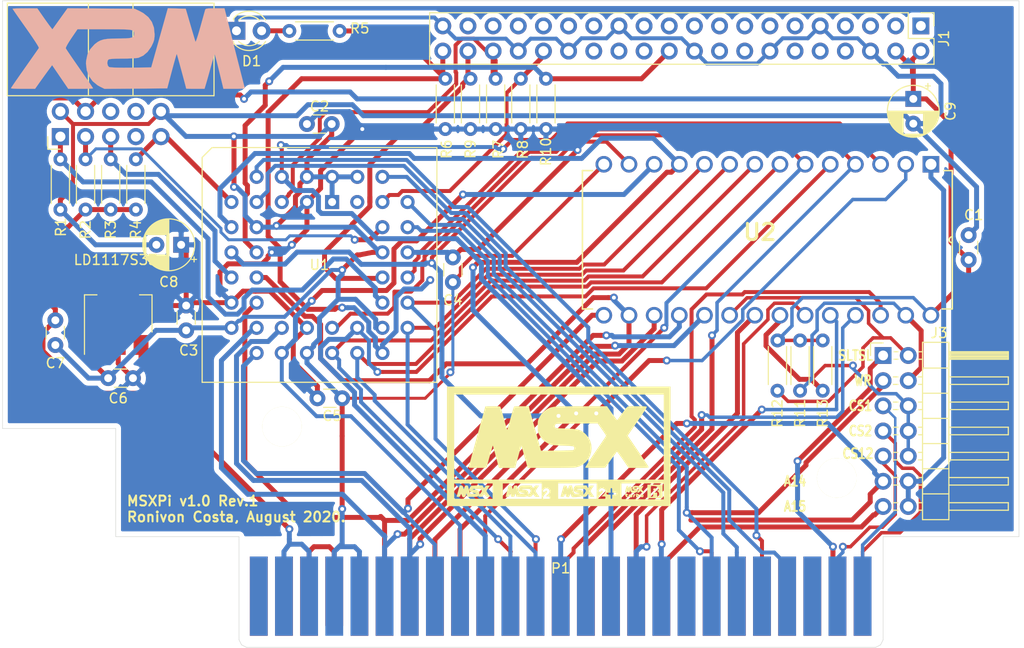
<source format=kicad_pcb>
(kicad_pcb (version 20171130) (host pcbnew "(5.1.5)-3")
  (layers (0 F.Cu signal) (31 B.Cu signal) (34 B.Paste user) (35 F.Paste user) (36 B.SilkS user) (37 F.SilkS user) (38 B.Mask user) (39 F.Mask user) (44 Edge.Cuts user))
  (net 0 "")
  (net 1 +5V)
  (net 2 +3V3)
  (net 3 "Net-(D1-Pad2)")
  (net 4 "Net-(J1-Pad17)")
  (net 5 "Net-(J1-Pad1)")
  (net 6 TDI)
  (net 7 "Net-(J2-Pad8)")
  (net 8 "Net-(J2-Pad7)")
  (net 9 "Net-(J2-Pad6)")
  (net 10 TMS)
  (net 11 TDO)
  (net 12 TCK)
  (net 13 "Net-(P1-Pad50)")
  (net 14 "Net-(P1-Pad49)")
  (net 15 "Net-(P1-Pad48)")
  (net 16 "Net-(P1-Pad44)")
  (net 17 "Net-(P1-Pad42)")
  (net 18 "Net-(P1-Pad16)")
  (net 19 "Net-(P1-Pad15)")
  (net 20 "Net-(P1-Pad5)")
  (net 21 "Net-(U1-Pad43)")
  (net 22 A4)
  (net 23 A5)
  (net 24 A2)
  (net 25 A3)
  (net 26 A0)
  (net 27 A1)
  (net 28 A6)
  (net 29 A7)
  (net 30 A14)
  (net 31 D0)
  (net 32 D7)
  (net 33 D4)
  (net 34 D5)
  (net 35 D2)
  (net 36 D3)
  (net 37 D1)
  (net 38 GNDREF)
  (net 39 RD)
  (net 40 IORQ)
  (net 41 "Net-(P1-Pad9)")
  (net 42 WAIT)
  (net 43 SPI_CS)
  (net 44 SPI_SCLK)
  (net 45 SPI_MOSI)
  (net 46 SPI_MISO)
  (net 47 SPI_RDY)
  (net 48 D6)
  (net 49 A13)
  (net 50 A8)
  (net 51 A12)
  (net 52 A10)
  (net 53 A11)
  (net 54 A15)
  (net 55 A9)
  (net 56 WR)
  (net 57 BUSDIR)
  (net 58 "Net-(P1-Pad8)")
  (net 59 "Net-(P1-Pad6)")
  (net 60 SLTSL)
  (net 61 ROM_A14)
  (net 62 "Net-(P1-Pad12)")
  (net 63 CS12)
  (net 64 CS2)
  (net 65 CS1)
  (net 66 "Net-(J1-Pad37)")
  (net 67 "Net-(J1-Pad35)")
  (net 68 "Net-(J1-Pad33)")
  (net 69 "Net-(J1-Pad31)")
  (net 70 "Net-(J1-Pad29)")
  (net 71 "Net-(J1-Pad28)")
  (net 72 "Net-(J1-Pad27)")
  (net 73 "Net-(J1-Pad26)")
  (net 74 "Net-(J1-Pad24)")
  (net 75 "Net-(J1-Pad23)")
  (net 76 "Net-(J1-Pad21)")
  (net 77 "Net-(J1-Pad19)")
  (net 78 "Net-(J1-Pad18)")
  (net 79 "Net-(J1-Pad16)")
  (net 80 "Net-(J1-Pad15)")
  (net 81 "Net-(J1-Pad13)")
  (net 82 "Net-(J1-Pad12)")
  (net 83 "Net-(J1-Pad11)")
  (net 84 "Net-(J1-Pad10)")
  (net 85 "Net-(J1-Pad8)")
  (net 86 "Net-(J1-Pad7)")
  (net 87 "Net-(J1-Pad5)")
  (net 88 "Net-(J1-Pad3)")
  (net 89 mem_ce)
  (net 90 mem_we)
  (net 91 mem_oe)
  (module MyFootprints:card_edge_connector (layer F.Cu) (at 149.833456 124.523389)
    (fp_text reference P1 (at 1.25984 0.33744) (layer F.SilkS))
    (fp_text value MSX_CONNECTOR)
    (pad "" np_thru_hole circle (at -26.87574 -13.97) (size 4 4) (drill 4) (layers *.Cu *.Mask F.SilkS) (clearance 1))
    (pad 50 connect rect (at -29.22016 3.14744) (size 1.8 8) (layers F.Cu F.Mask) (net 13 "Net-(P1-Pad50)"))
    (pad 49 connect rect (at -29.22016 3.14744) (size 1.8 8) (layers B.Cu B.Mask) (net 14 "Net-(P1-Pad49)"))
    (pad 48 connect rect (at -26.68016 3.14744) (size 1.8 8) (layers F.Cu F.Mask) (net 15 "Net-(P1-Pad48)"))
    (pad 47 connect rect (at -26.68016 3.14744) (size 1.8 8) (layers B.Cu B.Mask) (net 1 +5V))
    (pad 46 connect rect (at -24.14016 3.14744) (size 1.8 8) (layers F.Cu F.Mask) (net 16 "Net-(P1-Pad44)"))
    (pad 45 connect rect (at -24.14016 3.14744) (size 1.8 8) (layers B.Cu B.Mask) (net 1 +5V))
    (pad 44 connect rect (at -21.60524 2.65468) (size 1.8 7) (layers F.Cu F.Mask) (net 16 "Net-(P1-Pad44)"))
    (pad 43 connect rect (at -21.60016 3.14744) (size 1.8 8) (layers B.Cu B.Mask) (net 38 GNDREF))
    (pad 42 connect rect (at -19.06016 3.14744) (size 1.8 8) (layers F.Cu F.Mask) (net 17 "Net-(P1-Pad42)"))
    (pad 41 connect rect (at -19.06016 3.14744) (size 1.8 8) (layers B.Cu B.Mask) (net 38 GNDREF))
    (pad 40 connect rect (at -16.52016 3.14744) (size 1.8 8) (layers F.Cu F.Mask) (net 48 D6))
    (pad 39 connect rect (at -16.52016 3.14744) (size 1.8 8) (layers B.Cu B.Mask) (net 32 D7))
    (pad 38 connect rect (at -13.98016 3.14744) (size 1.8 8) (layers F.Cu F.Mask) (net 33 D4))
    (pad 37 connect rect (at -13.98016 3.14744) (size 1.8 8) (layers B.Cu B.Mask) (net 34 D5))
    (pad 36 connect rect (at -11.44016 3.14744) (size 1.8 8) (layers F.Cu F.Mask) (net 35 D2))
    (pad 35 connect rect (at -11.44016 3.14744) (size 1.8 8) (layers B.Cu B.Mask) (net 36 D3))
    (pad 34 connect rect (at -8.90016 3.14744) (size 1.8 8) (layers F.Cu F.Mask) (net 31 D0))
    (pad 33 connect rect (at -8.90016 3.14744) (size 1.8 8) (layers B.Cu B.Mask) (net 37 D1))
    (pad 32 connect rect (at -6.36016 3.14744) (size 1.8 8) (layers F.Cu F.Mask) (net 22 A4))
    (pad 31 connect rect (at -6.36016 3.14744) (size 1.8 8) (layers B.Cu B.Mask) (net 23 A5))
    (pad 30 connect rect (at -3.82016 3.14744) (size 1.8 8) (layers F.Cu F.Mask) (net 24 A2))
    (pad 29 connect rect (at -3.82016 3.14744) (size 1.8 8) (layers B.Cu B.Mask) (net 25 A3))
    (pad 28 connect rect (at -1.28016 3.14744) (size 1.8 8) (layers F.Cu F.Mask) (net 26 A0))
    (pad 27 connect rect (at -1.28016 3.14744) (size 1.8 8) (layers B.Cu B.Mask) (net 27 A1))
    (pad 26 connect rect (at 1.25984 3.14744) (size 1.8 8) (layers F.Cu F.Mask) (net 49 A13))
    (pad 25 connect rect (at 1.25984 3.14744) (size 1.8 8) (layers B.Cu B.Mask) (net 30 A14))
    (pad 24 connect rect (at 3.79984 3.14744) (size 1.8 8) (layers F.Cu F.Mask) (net 50 A8))
    (pad 23 connect rect (at 3.79984 3.14744) (size 1.8 8) (layers B.Cu B.Mask) (net 51 A12))
    (pad 22 connect rect (at 6.33984 3.14744) (size 1.8 8) (layers F.Cu F.Mask) (net 28 A6))
    (pad 21 connect rect (at 6.33984 3.14744) (size 1.8 8) (layers B.Cu B.Mask) (net 29 A7))
    (pad 20 connect rect (at 8.87984 3.14744) (size 1.8 8) (layers F.Cu F.Mask) (net 52 A10))
    (pad 19 connect rect (at 8.87984 3.14744) (size 1.8 8) (layers B.Cu B.Mask) (net 53 A11))
    (pad 18 connect rect (at 11.41984 3.14744) (size 1.8 8) (layers F.Cu F.Mask) (net 54 A15))
    (pad 17 connect rect (at 11.41984 3.14744) (size 1.8 8) (layers B.Cu B.Mask) (net 55 A9))
    (pad 16 connect rect (at 13.95984 3.14744) (size 1.8 8) (layers F.Cu F.Mask) (net 18 "Net-(P1-Pad16)"))
    (pad 15 connect rect (at 13.95984 3.14744) (size 1.8 8) (layers B.Cu B.Mask) (net 19 "Net-(P1-Pad15)"))
    (pad 14 connect rect (at 16.49984 3.14744) (size 1.8 8) (layers F.Cu F.Mask) (net 39 RD))
    (pad 13 connect rect (at 16.49984 3.14744) (size 1.8 8) (layers B.Cu B.Mask) (net 56 WR))
    (pad 12 connect rect (at 19.03984 3.14744) (size 1.8 8) (layers F.Cu F.Mask) (net 62 "Net-(P1-Pad12)"))
    (pad 11 connect rect (at 19.03984 3.14744) (size 1.8 8) (layers B.Cu B.Mask) (net 40 IORQ))
    (pad 10 connect rect (at 21.57984 3.14744) (size 1.8 8) (layers F.Cu F.Mask) (net 57 BUSDIR))
    (pad 9 connect rect (at 21.57984 3.14744) (size 1.8 8) (layers B.Cu B.Mask) (net 41 "Net-(P1-Pad9)"))
    (pad 8 connect rect (at 24.11984 3.14744) (size 1.8 8) (layers F.Cu F.Mask) (net 58 "Net-(P1-Pad8)"))
    (pad 7 connect rect (at 24.11984 3.14744) (size 1.8 8) (layers B.Cu B.Mask) (net 42 WAIT))
    (pad 6 connect rect (at 26.65984 3.14744) (size 1.8 8) (layers F.Cu F.Mask) (net 59 "Net-(P1-Pad6)"))
    (pad 5 connect rect (at 26.65984 3.14744) (size 1.8 8) (layers B.Cu B.Mask) (net 20 "Net-(P1-Pad5)"))
    (pad 4 connect rect (at 29.19984 3.14744) (size 1.8 8) (layers F.Cu F.Mask) (net 60 SLTSL))
    (pad 3 connect rect (at 29.19984 3.14744) (size 1.8 8) (layers B.Cu B.Mask) (net 63 CS12))
    (pad 2 connect rect (at 31.73984 3.14744) (size 1.8 8) (layers F.Cu F.Mask) (net 64 CS2))
    (pad 1 connect rect (at 31.73984 3.14744) (size 1.8 8) (layers B.Cu B.Mask) (net 65 CS1))
    (pad "" np_thru_hole circle (at 29.12364 -8.78256) (size 4 4) (drill 4) (layers *.Cu *.Mask F.SilkS) (clearance 1))
  )
  (module MyFootprints:DIP254P1524X482-28 (layer F.Cu) (at 155.448 99.314 270)
    (fp_text reference U2 (at -8.382 -15.748 180) (layer F.SilkS) (effects (font (size 1.64163 1.64163) (thickness 0.3))))
    (fp_text value AT28C256-15PU)
    (pad 28 thru_hole circle (at 0 -33.02 270) (size 1.6764 1.6764) (drill 1.1176) (layers *.Cu *.Mask) (net 1 +5V))
    (pad 27 thru_hole circle (at 0 -30.48 270) (size 1.6764 1.6764) (drill 1.1176) (layers *.Cu *.Mask) (net 90 mem_we))
    (pad 26 thru_hole circle (at 0 -27.94 270) (size 1.6764 1.6764) (drill 1.1176) (layers *.Cu *.Mask) (net 49 A13))
    (pad 25 thru_hole circle (at 0 -25.4 270) (size 1.6764 1.6764) (drill 1.1176) (layers *.Cu *.Mask) (net 50 A8))
    (pad 24 thru_hole circle (at 0 -22.86 270) (size 1.6764 1.6764) (drill 1.1176) (layers *.Cu *.Mask) (net 55 A9))
    (pad 23 thru_hole circle (at 0 -20.32 270) (size 1.6764 1.6764) (drill 1.1176) (layers *.Cu *.Mask) (net 53 A11))
    (pad 22 thru_hole circle (at 0 -17.78 270) (size 1.6764 1.6764) (drill 1.1176) (layers *.Cu *.Mask) (net 91 mem_oe))
    (pad 21 thru_hole circle (at 0 -15.24 270) (size 1.6764 1.6764) (drill 1.1176) (layers *.Cu *.Mask) (net 52 A10))
    (pad 20 thru_hole circle (at 0 -12.7 270) (size 1.6764 1.6764) (drill 1.1176) (layers *.Cu *.Mask) (net 89 mem_ce))
    (pad 19 thru_hole circle (at 0 -10.16 270) (size 1.6764 1.6764) (drill 1.1176) (layers *.Cu *.Mask) (net 32 D7))
    (pad 18 thru_hole circle (at 0 -7.62 270) (size 1.6764 1.6764) (drill 1.1176) (layers *.Cu *.Mask) (net 48 D6))
    (pad 17 thru_hole circle (at 0 -5.08 270) (size 1.6764 1.6764) (drill 1.1176) (layers *.Cu *.Mask) (net 34 D5))
    (pad 16 thru_hole circle (at 0 -2.54 270) (size 1.6764 1.6764) (drill 1.1176) (layers *.Cu *.Mask) (net 33 D4))
    (pad 15 thru_hole circle (at 0 0 270) (size 1.6764 1.6764) (drill 1.1176) (layers *.Cu *.Mask) (net 36 D3))
    (pad 14 thru_hole circle (at -15.24 0 270) (size 1.6764 1.6764) (drill 1.1176) (layers *.Cu *.Mask) (net 38 GNDREF))
    (pad 13 thru_hole circle (at -15.24 -2.54 270) (size 1.6764 1.6764) (drill 1.1176) (layers *.Cu *.Mask) (net 35 D2))
    (pad 12 thru_hole circle (at -15.24 -5.08 270) (size 1.6764 1.6764) (drill 1.1176) (layers *.Cu *.Mask) (net 37 D1))
    (pad 11 thru_hole circle (at -15.24 -7.62 270) (size 1.6764 1.6764) (drill 1.1176) (layers *.Cu *.Mask) (net 31 D0))
    (pad 10 thru_hole circle (at -15.24 -10.16 270) (size 1.6764 1.6764) (drill 1.1176) (layers *.Cu *.Mask) (net 26 A0))
    (pad 9 thru_hole circle (at -15.24 -12.7 270) (size 1.6764 1.6764) (drill 1.1176) (layers *.Cu *.Mask) (net 27 A1))
    (pad 8 thru_hole circle (at -15.24 -15.24 270) (size 1.6764 1.6764) (drill 1.1176) (layers *.Cu *.Mask) (net 24 A2))
    (pad 7 thru_hole circle (at -15.24 -17.78 270) (size 1.6764 1.6764) (drill 1.1176) (layers *.Cu *.Mask) (net 25 A3))
    (pad 6 thru_hole circle (at -15.24 -20.32 270) (size 1.6764 1.6764) (drill 1.1176) (layers *.Cu *.Mask) (net 22 A4))
    (pad 5 thru_hole circle (at -15.24 -22.86 270) (size 1.6764 1.6764) (drill 1.1176) (layers *.Cu *.Mask) (net 23 A5))
    (pad 4 thru_hole circle (at -15.24 -25.4 270) (size 1.6764 1.6764) (drill 1.1176) (layers *.Cu *.Mask) (net 28 A6))
    (pad 3 thru_hole circle (at -15.24 -27.94 270) (size 1.6764 1.6764) (drill 1.1176) (layers *.Cu *.Mask) (net 29 A7))
    (pad 2 thru_hole circle (at -15.24 -30.48 270) (size 1.6764 1.6764) (drill 1.1176) (layers *.Cu *.Mask) (net 51 A12))
    (pad 1 thru_hole rect (at -15.24 -33.02 270) (size 1.6764 1.6764) (drill 1.1176) (layers *.Cu *.Mask) (net 61 ROM_A14))
  )
  (module Resistor_THT:R_Axial_DIN0204_L3.6mm_D1.6mm_P5.08mm_Horizontal (layer F.Cu) (at 177.546 106.934 90)
    (fp_text reference R13 (at -2.286 0 90) (layer F.SilkS))
    (fp_text value 10k)
    (pad 2 thru_hole oval (at 5.08 0 90) (size 1.4 1.4) (drill 0.7) (layers *.Cu *.Mask) (net 1 +5V))
    (pad 1 thru_hole circle (at 0 0 90) (size 1.4 1.4) (drill 0.7) (layers *.Cu *.Mask) (net 91 mem_oe))
  )
  (module Resistor_THT:R_Axial_DIN0204_L3.6mm_D1.6mm_P5.08mm_Horizontal (layer F.Cu) (at 172.974 106.934 90)
    (fp_text reference R12 (at -2.286 0 90) (layer F.SilkS))
    (fp_text value 10k)
    (pad 2 thru_hole oval (at 5.08 0 90) (size 1.4 1.4) (drill 0.7) (layers *.Cu *.Mask) (net 1 +5V))
    (pad 1 thru_hole circle (at 0 0 90) (size 1.4 1.4) (drill 0.7) (layers *.Cu *.Mask) (net 89 mem_ce))
  )
  (module Resistor_THT:R_Axial_DIN0204_L3.6mm_D1.6mm_P5.08mm_Horizontal (layer F.Cu) (at 175.26 106.934 90)
    (fp_text reference R11 (at -2.286 0 90) (layer F.SilkS))
    (fp_text value 10k)
    (pad 2 thru_hole oval (at 5.08 0 90) (size 1.4 1.4) (drill 0.7) (layers *.Cu *.Mask) (net 1 +5V))
    (pad 1 thru_hole circle (at 0 0 90) (size 1.4 1.4) (drill 0.7) (layers *.Cu *.Mask) (net 90 mem_we))
  )
  (module Connector_PinHeader_2.54mm:PinHeader_2x07_P2.54mm_Horizontal (layer F.Cu) (at 183.642 103.378)
    (fp_text reference J3 (at 5.655 -2.27) (layer F.SilkS))
    (fp_text value Conn_02x07_Odd_Even)
    (pad 14 thru_hole oval (at 2.54 15.24) (size 1.7 1.7) (drill 1) (layers *.Cu *.Mask) (net 61 ROM_A14))
    (pad 13 thru_hole oval (at 0 15.24) (size 1.7 1.7) (drill 1) (layers *.Cu *.Mask) (net 54 A15))
    (pad 12 thru_hole oval (at 2.54 12.7) (size 1.7 1.7) (drill 1) (layers *.Cu *.Mask) (net 61 ROM_A14))
    (pad 11 thru_hole oval (at 0 12.7) (size 1.7 1.7) (drill 1) (layers *.Cu *.Mask) (net 30 A14))
    (pad 10 thru_hole oval (at 2.54 10.16) (size 1.7 1.7) (drill 1) (layers *.Cu *.Mask) (net 91 mem_oe))
    (pad 9 thru_hole oval (at 0 10.16) (size 1.7 1.7) (drill 1) (layers *.Cu *.Mask) (net 63 CS12))
    (pad 8 thru_hole oval (at 2.54 7.62) (size 1.7 1.7) (drill 1) (layers *.Cu *.Mask) (net 91 mem_oe))
    (pad 7 thru_hole oval (at 0 7.62) (size 1.7 1.7) (drill 1) (layers *.Cu *.Mask) (net 64 CS2))
    (pad 6 thru_hole oval (at 2.54 5.08) (size 1.7 1.7) (drill 1) (layers *.Cu *.Mask) (net 91 mem_oe))
    (pad 5 thru_hole oval (at 0 5.08) (size 1.7 1.7) (drill 1) (layers *.Cu *.Mask) (net 65 CS1))
    (pad 4 thru_hole oval (at 2.54 2.54) (size 1.7 1.7) (drill 1) (layers *.Cu *.Mask) (net 90 mem_we))
    (pad 3 thru_hole oval (at 0 2.54) (size 1.7 1.7) (drill 1) (layers *.Cu *.Mask) (net 56 WR))
    (pad 2 thru_hole oval (at 2.54 0) (size 1.7 1.7) (drill 1) (layers *.Cu *.Mask) (net 89 mem_ce))
    (pad 1 thru_hole rect (at 0 0) (size 1.7 1.7) (drill 1) (layers *.Cu *.Mask) (net 60 SLTSL))
  )
  (module MyFootprints:msx-logo (layer B.Cu) (at 107.442 72.39 180)
    (fp_text reference G*** hide)
    (fp_text value LOGO hide)
  )
  (module MyFootprints:msx_msx2_msx+logo (layer F.Cu) (at 150.876 112.522)
    (fp_text reference G*** hide)
    (fp_text value LOGO hide)
  )
  (module Resistor_THT:R_Axial_DIN0204_L3.6mm_D1.6mm_P5.08mm_Horizontal (layer F.Cu) (at 108.204 83.566 270)
    (fp_text reference R4 (at 7.112 0 90) (layer F.SilkS))
    (fp_text value 1k)
    (pad 2 thru_hole oval (at 5.08 0 270) (size 1.4 1.4) (drill 0.7) (layers *.Cu *.Mask) (net 1 +5V))
    (pad 1 thru_hole circle (at 0 0 270) (size 1.4 1.4) (drill 0.7) (layers *.Cu *.Mask) (net 6 TDI))
  )
  (module MyFootprints:PLCC-44_THT-Socket (layer F.Cu) (at 128.016 87.884)
    (fp_text reference U1 (at -1.27 6.344) (layer F.SilkS))
    (fp_text value EPM3064ALC44-10)
    (pad 39 thru_hole circle (at 7.62 0) (size 1.4224 1.4224) (drill 0.8) (layers *.Cu *.Mask) (net 56 WR))
    (pad 37 thru_hole circle (at 7.62 2.54) (size 1.4224 1.4224) (drill 0.8) (layers *.Cu *.Mask) (net 39 RD))
    (pad 35 thru_hole circle (at 7.62 5.08) (size 1.4224 1.4224) (drill 0.8) (layers *.Cu *.Mask) (net 2 +3V3))
    (pad 33 thru_hole circle (at 7.62 7.62) (size 1.4224 1.4224) (drill 0.8) (layers *.Cu *.Mask) (net 28 A6))
    (pad 31 thru_hole circle (at 7.62 10.16) (size 1.4224 1.4224) (drill 0.8) (layers *.Cu *.Mask) (net 26 A0))
    (pad 40 thru_hole circle (at 5.08 -2.54) (size 1.4224 1.4224) (drill 0.8) (layers *.Cu *.Mask) (net 40 IORQ))
    (pad 38 thru_hole circle (at 5.08 2.54) (size 1.4224 1.4224) (drill 0.8) (layers *.Cu *.Mask) (net 11 TDO))
    (pad 36 thru_hole circle (at 5.08 5.08) (size 1.4224 1.4224) (drill 0.8) (layers *.Cu *.Mask) (net 38 GNDREF))
    (pad 34 thru_hole circle (at 5.08 7.62) (size 1.4224 1.4224) (drill 0.8) (layers *.Cu *.Mask) (net 44 SPI_SCLK))
    (pad 32 thru_hole circle (at 5.08 10.16) (size 1.4224 1.4224) (drill 0.8) (layers *.Cu *.Mask) (net 12 TCK))
    (pad 30 thru_hole circle (at 5.08 12.7) (size 1.4224 1.4224) (drill 0.8) (layers *.Cu *.Mask) (net 38 GNDREF))
    (pad 28 thru_hole circle (at 5.08 15.24) (size 1.4224 1.4224) (drill 0.8) (layers *.Cu *.Mask) (net 43 SPI_CS))
    (pad 26 thru_hole circle (at 2.54 15.24) (size 1.4224 1.4224) (drill 0.8) (layers *.Cu *.Mask) (net 25 A3))
    (pad 24 thru_hole circle (at 0 15.24) (size 1.4224 1.4224) (drill 0.8) (layers *.Cu *.Mask) (net 24 A2))
    (pad 22 thru_hole circle (at -2.54 15.24) (size 1.4224 1.4224) (drill 0.8) (layers *.Cu *.Mask) (net 38 GNDREF))
    (pad 20 thru_hole circle (at -5.08 15.24) (size 1.4224 1.4224) (drill 0.8) (layers *.Cu *.Mask) (net 37 D1))
    (pad 18 thru_hole circle (at -7.62 15.24) (size 1.4224 1.4224) (drill 0.8) (layers *.Cu *.Mask) (net 36 D3))
    (pad 29 thru_hole circle (at 7.62 12.7) (size 1.4224 1.4224) (drill 0.8) (layers *.Cu *.Mask) (net 27 A1))
    (pad 27 thru_hole circle (at 2.54 12.7) (size 1.4224 1.4224) (drill 0.8) (layers *.Cu *.Mask) (net 23 A5))
    (pad 25 thru_hole circle (at 0 12.7) (size 1.4224 1.4224) (drill 0.8) (layers *.Cu *.Mask) (net 22 A4))
    (pad 23 thru_hole circle (at -2.54 12.7) (size 1.4224 1.4224) (drill 0.8) (layers *.Cu *.Mask) (net 2 +3V3))
    (pad 21 thru_hole circle (at -5.08 12.7) (size 1.4224 1.4224) (drill 0.8) (layers *.Cu *.Mask) (net 34 D5))
    (pad 19 thru_hole circle (at -7.62 12.7) (size 1.4224 1.4224) (drill 0.8) (layers *.Cu *.Mask) (net 32 D7))
    (pad 17 thru_hole circle (at -10.16 12.7) (size 1.4224 1.4224) (drill 0.8) (layers *.Cu *.Mask) (net 38 GNDREF))
    (pad 15 thru_hole circle (at -10.16 10.16) (size 1.4224 1.4224) (drill 0.8) (layers *.Cu *.Mask) (net 2 +3V3))
    (pad 13 thru_hole circle (at -10.16 7.62) (size 1.4224 1.4224) (drill 0.8) (layers *.Cu *.Mask) (net 10 TMS))
    (pad 11 thru_hole circle (at -10.16 5.08) (size 1.4224 1.4224) (drill 0.8) (layers *.Cu *.Mask) (net 35 D2))
    (pad 9 thru_hole circle (at -10.16 2.54) (size 1.4224 1.4224) (drill 0.8) (layers *.Cu *.Mask) (net 31 D0))
    (pad 7 thru_hole circle (at -10.16 0) (size 1.4224 1.4224) (drill 0.8) (layers *.Cu *.Mask) (net 6 TDI))
    (pad 16 thru_hole circle (at -7.62 10.16) (size 1.4224 1.4224) (drill 0.8) (layers *.Cu *.Mask) (net 48 D6))
    (pad 14 thru_hole circle (at -7.62 7.62) (size 1.4224 1.4224) (drill 0.8) (layers *.Cu *.Mask) (net 33 D4))
    (pad 12 thru_hole circle (at -7.62 5.08) (size 1.4224 1.4224) (drill 0.8) (layers *.Cu *.Mask) (net 47 SPI_RDY))
    (pad 10 thru_hole circle (at -7.62 2.54) (size 1.4224 1.4224) (drill 0.8) (layers *.Cu *.Mask) (net 38 GNDREF))
    (pad 8 thru_hole circle (at -7.62 0) (size 1.4224 1.4224) (drill 0.8) (layers *.Cu *.Mask) (net 42 WAIT))
    (pad 42 thru_hole circle (at 2.54 -2.54) (size 1.4224 1.4224) (drill 0.8) (layers *.Cu *.Mask) (net 38 GNDREF))
    (pad 44 thru_hole circle (at 0 -2.54) (size 1.4224 1.4224) (drill 0.8) (layers *.Cu *.Mask) (net 38 GNDREF))
    (pad 6 thru_hole circle (at -7.62 -2.54) (size 1.4224 1.4224) (drill 0.8) (layers *.Cu *.Mask) (net 57 BUSDIR))
    (pad 4 thru_hole circle (at -5.08 -2.54) (size 1.4224 1.4224) (drill 0.8) (layers *.Cu *.Mask) (net 29 A7))
    (pad 2 thru_hole circle (at -2.54 -2.54) (size 1.4224 1.4224) (drill 0.8) (layers *.Cu *.Mask) (net 38 GNDREF))
    (pad 41 thru_hole circle (at 5.08 0) (size 1.4224 1.4224) (drill 0.8) (layers *.Cu *.Mask) (net 46 SPI_MISO))
    (pad 43 thru_hole circle (at 2.54 0) (size 1.4224 1.4224) (drill 0.8) (layers *.Cu *.Mask) (net 21 "Net-(U1-Pad43)"))
    (pad 5 thru_hole circle (at -5.08 0) (size 1.4224 1.4224) (drill 0.8) (layers *.Cu *.Mask) (net 45 SPI_MOSI))
    (pad 3 thru_hole circle (at -2.54 0) (size 1.4224 1.4224) (drill 0.8) (layers *.Cu *.Mask) (net 2 +3V3))
    (pad 1 thru_hole rect (at 0 0) (size 1.4224 1.4224) (drill 0.8) (layers *.Cu *.Mask) (net 38 GNDREF))
  )
  (module Connector_PinHeader_2.54mm:PinHeader_2x20_P2.54mm_Vertical (layer F.Cu) (at 187.452 70.104 270)
    (fp_text reference J1 (at 1.27 -2.33 90) (layer F.SilkS))
    (fp_text value Raspberry_Pi_Zero_2_3)
    (pad 40 thru_hole oval (at 2.54 48.26 270) (size 1.7 1.7) (drill 1) (layers *.Cu *.Mask) (net 43 SPI_CS))
    (pad 39 thru_hole oval (at 0 48.26 270) (size 1.7 1.7) (drill 1) (layers *.Cu *.Mask) (net 38 GNDREF))
    (pad 38 thru_hole oval (at 2.54 45.72 270) (size 1.7 1.7) (drill 1) (layers *.Cu *.Mask) (net 44 SPI_SCLK))
    (pad 37 thru_hole oval (at 0 45.72 270) (size 1.7 1.7) (drill 1) (layers *.Cu *.Mask) (net 66 "Net-(J1-Pad37)"))
    (pad 36 thru_hole oval (at 2.54 43.18 270) (size 1.7 1.7) (drill 1) (layers *.Cu *.Mask) (net 45 SPI_MOSI))
    (pad 35 thru_hole oval (at 0 43.18 270) (size 1.7 1.7) (drill 1) (layers *.Cu *.Mask) (net 67 "Net-(J1-Pad35)"))
    (pad 34 thru_hole oval (at 2.54 40.64 270) (size 1.7 1.7) (drill 1) (layers *.Cu *.Mask) (net 38 GNDREF))
    (pad 33 thru_hole oval (at 0 40.64 270) (size 1.7 1.7) (drill 1) (layers *.Cu *.Mask) (net 68 "Net-(J1-Pad33)"))
    (pad 32 thru_hole oval (at 2.54 38.1 270) (size 1.7 1.7) (drill 1) (layers *.Cu *.Mask) (net 46 SPI_MISO))
    (pad 31 thru_hole oval (at 0 38.1 270) (size 1.7 1.7) (drill 1) (layers *.Cu *.Mask) (net 69 "Net-(J1-Pad31)"))
    (pad 30 thru_hole oval (at 2.54 35.56 270) (size 1.7 1.7) (drill 1) (layers *.Cu *.Mask) (net 38 GNDREF))
    (pad 29 thru_hole oval (at 0 35.56 270) (size 1.7 1.7) (drill 1) (layers *.Cu *.Mask) (net 70 "Net-(J1-Pad29)"))
    (pad 28 thru_hole oval (at 2.54 33.02 270) (size 1.7 1.7) (drill 1) (layers *.Cu *.Mask) (net 71 "Net-(J1-Pad28)"))
    (pad 27 thru_hole oval (at 0 33.02 270) (size 1.7 1.7) (drill 1) (layers *.Cu *.Mask) (net 72 "Net-(J1-Pad27)"))
    (pad 26 thru_hole oval (at 2.54 30.48 270) (size 1.7 1.7) (drill 1) (layers *.Cu *.Mask) (net 73 "Net-(J1-Pad26)"))
    (pad 25 thru_hole oval (at 0 30.48 270) (size 1.7 1.7) (drill 1) (layers *.Cu *.Mask) (net 38 GNDREF))
    (pad 24 thru_hole oval (at 2.54 27.94 270) (size 1.7 1.7) (drill 1) (layers *.Cu *.Mask) (net 74 "Net-(J1-Pad24)"))
    (pad 23 thru_hole oval (at 0 27.94 270) (size 1.7 1.7) (drill 1) (layers *.Cu *.Mask) (net 75 "Net-(J1-Pad23)"))
    (pad 22 thru_hole oval (at 2.54 25.4 270) (size 1.7 1.7) (drill 1) (layers *.Cu *.Mask) (net 47 SPI_RDY))
    (pad 21 thru_hole oval (at 0 25.4 270) (size 1.7 1.7) (drill 1) (layers *.Cu *.Mask) (net 76 "Net-(J1-Pad21)"))
    (pad 20 thru_hole oval (at 2.54 22.86 270) (size 1.7 1.7) (drill 1) (layers *.Cu *.Mask) (net 38 GNDREF))
    (pad 19 thru_hole oval (at 0 22.86 270) (size 1.7 1.7) (drill 1) (layers *.Cu *.Mask) (net 77 "Net-(J1-Pad19)"))
    (pad 18 thru_hole oval (at 2.54 20.32 270) (size 1.7 1.7) (drill 1) (layers *.Cu *.Mask) (net 78 "Net-(J1-Pad18)"))
    (pad 17 thru_hole oval (at 0 20.32 270) (size 1.7 1.7) (drill 1) (layers *.Cu *.Mask) (net 4 "Net-(J1-Pad17)"))
    (pad 16 thru_hole oval (at 2.54 17.78 270) (size 1.7 1.7) (drill 1) (layers *.Cu *.Mask) (net 79 "Net-(J1-Pad16)"))
    (pad 15 thru_hole oval (at 0 17.78 270) (size 1.7 1.7) (drill 1) (layers *.Cu *.Mask) (net 80 "Net-(J1-Pad15)"))
    (pad 14 thru_hole oval (at 2.54 15.24 270) (size 1.7 1.7) (drill 1) (layers *.Cu *.Mask) (net 38 GNDREF))
    (pad 13 thru_hole oval (at 0 15.24 270) (size 1.7 1.7) (drill 1) (layers *.Cu *.Mask) (net 81 "Net-(J1-Pad13)"))
    (pad 12 thru_hole oval (at 2.54 12.7 270) (size 1.7 1.7) (drill 1) (layers *.Cu *.Mask) (net 82 "Net-(J1-Pad12)"))
    (pad 11 thru_hole oval (at 0 12.7 270) (size 1.7 1.7) (drill 1) (layers *.Cu *.Mask) (net 83 "Net-(J1-Pad11)"))
    (pad 10 thru_hole oval (at 2.54 10.16 270) (size 1.7 1.7) (drill 1) (layers *.Cu *.Mask) (net 84 "Net-(J1-Pad10)"))
    (pad 9 thru_hole oval (at 0 10.16 270) (size 1.7 1.7) (drill 1) (layers *.Cu *.Mask) (net 38 GNDREF))
    (pad 8 thru_hole oval (at 2.54 7.62 270) (size 1.7 1.7) (drill 1) (layers *.Cu *.Mask) (net 85 "Net-(J1-Pad8)"))
    (pad 7 thru_hole oval (at 0 7.62 270) (size 1.7 1.7) (drill 1) (layers *.Cu *.Mask) (net 86 "Net-(J1-Pad7)"))
    (pad 6 thru_hole oval (at 2.54 5.08 270) (size 1.7 1.7) (drill 1) (layers *.Cu *.Mask) (net 38 GNDREF))
    (pad 5 thru_hole oval (at 0 5.08 270) (size 1.7 1.7) (drill 1) (layers *.Cu *.Mask) (net 87 "Net-(J1-Pad5)"))
    (pad 4 thru_hole oval (at 2.54 2.54 270) (size 1.7 1.7) (drill 1) (layers *.Cu *.Mask) (net 1 +5V))
    (pad 3 thru_hole oval (at 0 2.54 270) (size 1.7 1.7) (drill 1) (layers *.Cu *.Mask) (net 88 "Net-(J1-Pad3)"))
    (pad 2 thru_hole oval (at 2.54 0 270) (size 1.7 1.7) (drill 1) (layers *.Cu *.Mask) (net 1 +5V))
    (pad 1 thru_hole rect (at 0 0 270) (size 1.7 1.7) (drill 1) (layers *.Cu *.Mask) (net 5 "Net-(J1-Pad1)"))
  )
  (module Connector_IDC:IDC-Header_2x05_P2.54mm_Horizontal (layer F.Cu) (at 100.584 81.28 90)
    (fp_text reference J2 (at 8.89 5.08 180) (layer F.SilkS))
    (fp_text value JTAG)
    (pad 10 thru_hole oval (at 2.54 10.16 90) (size 1.7272 1.7272) (drill 1.016) (layers *.Cu *.Mask) (net 38 GNDREF))
    (pad 9 thru_hole oval (at 0 10.16 90) (size 1.7272 1.7272) (drill 1.016) (layers *.Cu *.Mask) (net 6 TDI))
    (pad 8 thru_hole oval (at 2.54 7.62 90) (size 1.7272 1.7272) (drill 1.016) (layers *.Cu *.Mask) (net 7 "Net-(J2-Pad8)"))
    (pad 7 thru_hole oval (at 0 7.62 90) (size 1.7272 1.7272) (drill 1.016) (layers *.Cu *.Mask) (net 8 "Net-(J2-Pad7)"))
    (pad 6 thru_hole oval (at 2.54 5.08 90) (size 1.7272 1.7272) (drill 1.016) (layers *.Cu *.Mask) (net 9 "Net-(J2-Pad6)"))
    (pad 5 thru_hole oval (at 0 5.08 90) (size 1.7272 1.7272) (drill 1.016) (layers *.Cu *.Mask) (net 10 TMS))
    (pad 4 thru_hole oval (at 2.54 2.54 90) (size 1.7272 1.7272) (drill 1.016) (layers *.Cu *.Mask) (net 1 +5V))
    (pad 3 thru_hole oval (at 0 2.54 90) (size 1.7272 1.7272) (drill 1.016) (layers *.Cu *.Mask) (net 11 TDO))
    (pad 2 thru_hole oval (at 2.54 0 90) (size 1.7272 1.7272) (drill 1.016) (layers *.Cu *.Mask) (net 38 GNDREF))
    (pad 1 thru_hole rect (at 0 0 90) (size 1.7272 1.7272) (drill 1.016) (layers *.Cu *.Mask) (net 12 TCK))
  )
  (module Capacitor_THT:CP_Radial_D5.0mm_P2.50mm (layer F.Cu) (at 186.69 77.47 270)
    (fp_text reference C9 (at 1.25 -3.75 90) (layer F.SilkS))
    (fp_text value 100uF)
    (pad 2 thru_hole circle (at 2.5 0 270) (size 1.6 1.6) (drill 0.8) (layers *.Cu *.Mask) (net 38 GNDREF))
    (pad 1 thru_hole rect (at 0 0 270) (size 1.6 1.6) (drill 0.8) (layers *.Cu *.Mask) (net 1 +5V))
  )
  (module Capacitor_THT:CP_Radial_D5.0mm_P2.50mm (layer F.Cu) (at 112.776 92.202 180)
    (fp_text reference C8 (at 1.25 -3.75) (layer F.SilkS))
    (fp_text value 100uF)
    (pad 2 thru_hole circle (at 2.5 0 180) (size 1.6 1.6) (drill 0.8) (layers *.Cu *.Mask) (net 38 GNDREF))
    (pad 1 thru_hole rect (at 0 0 180) (size 1.6 1.6) (drill 0.8) (layers *.Cu *.Mask) (net 2 +3V3))
  )
  (module Resistor_THT:R_Axial_DIN0204_L3.6mm_D1.6mm_P5.08mm_Horizontal (layer F.Cu) (at 123.698 70.612)
    (fp_text reference R5 (at 7.112 -0.254) (layer F.SilkS))
    (fp_text value 270R)
    (pad 2 thru_hole oval (at 5.08 0) (size 1.4 1.4) (drill 0.7) (layers *.Cu *.Mask) (net 43 SPI_CS))
    (pad 1 thru_hole circle (at 0 0) (size 1.4 1.4) (drill 0.7) (layers *.Cu *.Mask) (net 3 "Net-(D1-Pad2)"))
  )
  (module Resistor_THT:R_Axial_DIN0204_L3.6mm_D1.6mm_P5.08mm_Horizontal (layer F.Cu) (at 105.664 83.566 270)
    (fp_text reference R3 (at 7.112 0 90) (layer F.SilkS))
    (fp_text value 1k)
    (pad 2 thru_hole oval (at 5.08 0 270) (size 1.4 1.4) (drill 0.7) (layers *.Cu *.Mask) (net 1 +5V))
    (pad 1 thru_hole circle (at 0 0 270) (size 1.4 1.4) (drill 0.7) (layers *.Cu *.Mask) (net 10 TMS))
  )
  (module Resistor_THT:R_Axial_DIN0204_L3.6mm_D1.6mm_P5.08mm_Horizontal (layer F.Cu) (at 103.124 83.566 270)
    (fp_text reference R2 (at 7.112 0 90) (layer F.SilkS))
    (fp_text value 1k)
    (pad 2 thru_hole oval (at 5.08 0 270) (size 1.4 1.4) (drill 0.7) (layers *.Cu *.Mask) (net 1 +5V))
    (pad 1 thru_hole circle (at 0 0 270) (size 1.4 1.4) (drill 0.7) (layers *.Cu *.Mask) (net 11 TDO))
  )
  (module Resistor_THT:R_Axial_DIN0204_L3.6mm_D1.6mm_P5.08mm_Horizontal (layer F.Cu) (at 100.584 88.646 90)
    (fp_text reference R1 (at -1.778 0.05 90) (layer F.SilkS))
    (fp_text value 1k)
    (pad 2 thru_hole oval (at 5.08 0 90) (size 1.4 1.4) (drill 0.7) (layers *.Cu *.Mask) (net 12 TCK))
    (pad 1 thru_hole circle (at 0 0 90) (size 1.4 1.4) (drill 0.7) (layers *.Cu *.Mask) (net 38 GNDREF))
  )
  (module Package_TO_SOT_SMD:SOT-223-3_TabPin2 (layer F.Cu) (at 106.426 99.162 90)
    (fp_text reference LD1117S33 (at 5.436 -0.254 180) (layer F.SilkS))
    (fp_text value LD1117S33TR_SOT223)
    (pad 1 smd rect (at -3.15 -2.3 90) (size 2 1.5) (layers F.Cu F.Paste F.Mask) (net 38 GNDREF))
    (pad 3 smd rect (at -3.15 2.3 90) (size 2 1.5) (layers F.Cu F.Paste F.Mask) (net 1 +5V))
    (pad 2 smd rect (at -3.15 0 90) (size 2 1.5) (layers F.Cu F.Paste F.Mask) (net 2 +3V3))
    (pad 2 smd rect (at 3.15 0 90) (size 2 3.8) (layers F.Cu F.Paste F.Mask) (net 2 +3V3))
  )
  (module LED_THT:LED_D3.0mm (layer F.Cu) (at 118.36 70.598)
    (fp_text reference D1 (at 1.528 3.062) (layer F.SilkS))
    (fp_text value LED)
    (pad 2 thru_hole circle (at 2.54 0) (size 1.8 1.8) (drill 0.9) (layers *.Cu *.Mask) (net 3 "Net-(D1-Pad2)"))
    (pad 1 thru_hole rect (at 0 0) (size 1.8 1.8) (drill 0.9) (layers *.Cu *.Mask) (net 38 GNDREF))
  )
  (module Capacitor_THT:C_Disc_D3.0mm_W1.6mm_P2.50mm (layer F.Cu) (at 127.976 80.01 180)
    (fp_text reference C2 (at 1.23 1.778) (layer F.SilkS))
    (fp_text value 100nF)
    (pad 2 thru_hole circle (at 2.5 0 180) (size 1.6 1.6) (drill 0.8) (layers *.Cu *.Mask) (net 2 +3V3))
    (pad 1 thru_hole circle (at 0 0 180) (size 1.6 1.6) (drill 0.8) (layers *.Cu *.Mask) (net 38 GNDREF))
  )
  (module Capacitor_THT:C_Disc_D3.0mm_W1.6mm_P2.50mm (layer F.Cu) (at 192.278 93.726 90)
    (fp_text reference C1 (at 4.532 0.508) (layer F.SilkS))
    (fp_text value 100nF)
    (pad 2 thru_hole circle (at 2.5 0 90) (size 1.6 1.6) (drill 0.8) (layers *.Cu *.Mask) (net 38 GNDREF))
    (pad 1 thru_hole circle (at 0 0 90) (size 1.6 1.6) (drill 0.8) (layers *.Cu *.Mask) (net 1 +5V))
  )
  (module Capacitor_THT:C_Disc_D3.0mm_W1.6mm_P2.50mm (layer F.Cu) (at 113.284 100.838 90)
    (fp_text reference C3 (at -2.032 0.254 180) (layer F.SilkS))
    (fp_text value 100nF)
    (pad 1 thru_hole circle (at 0 0 90) (size 1.6 1.6) (drill 0.8) (layers *.Cu *.Mask) (net 38 GNDREF))
    (pad 2 thru_hole circle (at 2.5 0 90) (size 1.6 1.6) (drill 0.8) (layers *.Cu *.Mask) (net 2 +3V3))
  )
  (module Capacitor_THT:C_Disc_D3.0mm_W1.6mm_P2.50mm (layer F.Cu) (at 140.208 95.972 90)
    (fp_text reference C4 (at -1.818 0 180) (layer F.SilkS))
    (fp_text value 100nF)
    (pad 2 thru_hole circle (at 2.5 0 90) (size 1.6 1.6) (drill 0.8) (layers *.Cu *.Mask) (net 2 +3V3))
    (pad 1 thru_hole circle (at 0 0 90) (size 1.6 1.6) (drill 0.8) (layers *.Cu *.Mask) (net 38 GNDREF))
  )
  (module Capacitor_THT:C_Disc_D3.0mm_W1.6mm_P2.50mm (layer F.Cu) (at 129.032 107.696 180)
    (fp_text reference C5 (at 1.016 -1.778) (layer F.SilkS))
    (fp_text value 100nF)
    (pad 1 thru_hole circle (at 0 0 180) (size 1.6 1.6) (drill 0.8) (layers *.Cu *.Mask) (net 38 GNDREF))
    (pad 2 thru_hole circle (at 2.5 0 180) (size 1.6 1.6) (drill 0.8) (layers *.Cu *.Mask) (net 2 +3V3))
  )
  (module Capacitor_THT:C_Disc_D3.0mm_W1.6mm_P2.50mm (layer F.Cu) (at 105.41 105.664)
    (fp_text reference C6 (at 1.016 2.032) (layer F.SilkS))
    (fp_text value 100nF)
    (pad 2 thru_hole circle (at 2.5 0) (size 1.6 1.6) (drill 0.8) (layers *.Cu *.Mask) (net 2 +3V3))
    (pad 1 thru_hole circle (at 0 0) (size 1.6 1.6) (drill 0.8) (layers *.Cu *.Mask) (net 38 GNDREF))
  )
  (module Capacitor_THT:C_Disc_D3.0mm_W1.6mm_P2.50mm (layer F.Cu) (at 100.076 102.322 90)
    (fp_text reference C7 (at -1.818 0 180) (layer F.SilkS))
    (fp_text value 100nF)
    (pad 1 thru_hole circle (at 0 0 90) (size 1.6 1.6) (drill 0.8) (layers *.Cu *.Mask) (net 38 GNDREF))
    (pad 2 thru_hole circle (at 2.5 0 90) (size 1.6 1.6) (drill 0.8) (layers *.Cu *.Mask) (net 1 +5V))
  )
  (module Resistor_THT:R_Axial_DIN0204_L3.6mm_D1.6mm_P5.08mm_Horizontal (layer F.Cu) (at 139.446 75.438 270)
    (fp_text reference R6 (at 7.12 -0.13 90) (layer F.SilkS))
    (fp_text value 10K)
    (pad 1 thru_hole circle (at 0 0 270) (size 1.4 1.4) (drill 0.7) (layers *.Cu *.Mask) (net 43 SPI_CS))
    (pad 2 thru_hole oval (at 5.08 0 270) (size 1.4 1.4) (drill 0.7) (layers *.Cu *.Mask) (net 2 +3V3))
  )
  (module Resistor_THT:R_Axial_DIN0204_L3.6mm_D1.6mm_P5.08mm_Horizontal (layer F.Cu) (at 144.526 75.438 270)
    (fp_text reference R7 (at 7.13 -0.28 90) (layer F.SilkS))
    (fp_text value 10K)
    (pad 2 thru_hole oval (at 5.08 0 270) (size 1.4 1.4) (drill 0.7) (layers *.Cu *.Mask) (net 2 +3V3))
    (pad 1 thru_hole circle (at 0 0 270) (size 1.4 1.4) (drill 0.7) (layers *.Cu *.Mask) (net 45 SPI_MOSI))
  )
  (module Resistor_THT:R_Axial_DIN0204_L3.6mm_D1.6mm_P5.08mm_Horizontal (layer F.Cu) (at 147.066 75.438 270)
    (fp_text reference R8 (at 7.15 -0.2 90) (layer F.SilkS))
    (fp_text value 10k)
    (pad 1 thru_hole circle (at 0 0 270) (size 1.4 1.4) (drill 0.7) (layers *.Cu *.Mask) (net 46 SPI_MISO))
    (pad 2 thru_hole oval (at 5.08 0 270) (size 1.4 1.4) (drill 0.7) (layers *.Cu *.Mask) (net 2 +3V3))
  )
  (module Resistor_THT:R_Axial_DIN0204_L3.6mm_D1.6mm_P5.08mm_Horizontal (layer F.Cu) (at 141.986 75.438 270)
    (fp_text reference R9 (at 7.112 0 90) (layer F.SilkS))
    (fp_text value 10k)
    (pad 2 thru_hole oval (at 5.08 0 270) (size 1.4 1.4) (drill 0.7) (layers *.Cu *.Mask) (net 2 +3V3))
    (pad 1 thru_hole circle (at 0 0 270) (size 1.4 1.4) (drill 0.7) (layers *.Cu *.Mask) (net 44 SPI_SCLK))
  )
  (module Resistor_THT:R_Axial_DIN0204_L3.6mm_D1.6mm_P5.08mm_Horizontal (layer F.Cu) (at 149.606 75.438 270)
    (fp_text reference R10 (at 7.366 0 90) (layer F.SilkS))
    (fp_text value 10k)
    (pad 1 thru_hole circle (at 0 0 270) (size 1.4 1.4) (drill 0.7) (layers *.Cu *.Mask) (net 47 SPI_RDY))
    (pad 2 thru_hole oval (at 5.08 0 270) (size 1.4 1.4) (drill 0.7) (layers *.Cu *.Mask) (net 2 +3V3))
  )
  (gr_text WR (at 181.61 105.918) (layer F.SilkS) (effects (font (size 1 0.8) (thickness 0.2))))
  (gr_text SLTSL (at 180.848 103.378) (layer F.SilkS) (effects (font (size 1 0.8) (thickness 0.2))))
  (gr_text "MSXPi v1.0 Rev.1\nRonivon Costa, August 2020." (at 107.188 118.872) (layer F.SilkS) (effects (font (size 1 1) (thickness 0.2)) (justify left)))
  (gr_line (start 94.742 67.564) (end 197.358 67.564) (layer Edge.Cuts) (width 0.05))
  (gr_line (start 94.742 110.744) (end 94.742 67.564) (layer Edge.Cuts) (width 0.05))
  (gr_line (start 106.172 110.744) (end 94.742 110.744) (layer Edge.Cuts) (width 0.05))
  (gr_line (start 106.172 121.666) (end 106.172 110.744) (layer Edge.Cuts) (width 0.05))
  (gr_line (start 118.618 121.666) (end 106.172 121.666) (layer Edge.Cuts) (width 0.05))
  (gr_line (start 118.618 132.08) (end 118.618 121.666) (layer Edge.Cuts) (width 0.05))
  (gr_line (start 118.872 132.588) (end 118.618 132.08) (layer Edge.Cuts) (width 0.05))
  (gr_line (start 119.38 132.842) (end 118.872 132.588) (layer Edge.Cuts) (width 0.05))
  (gr_line (start 182.88 132.842) (end 119.38 132.842) (layer Edge.Cuts) (width 0.05))
  (gr_line (start 183.388 132.588) (end 182.88 132.842) (layer Edge.Cuts) (width 0.05))
  (gr_line (start 183.642 132.08) (end 183.388 132.588) (layer Edge.Cuts) (width 0.05))
  (gr_line (start 183.642 121.666) (end 183.642 132.08) (layer Edge.Cuts) (width 0.05))
  (gr_line (start 197.358 121.666) (end 183.642 121.666) (layer Edge.Cuts) (width 0.05))
  (gr_line (start 197.358 67.564) (end 197.358 121.666) (layer Edge.Cuts) (width 0.05))
  (gr_text CS12 (at 181.102 113.284) (layer F.SilkS) (effects (font (size 1 0.8) (thickness 0.2))))
  (gr_text CS2 (at 181.356 110.998) (layer F.SilkS) (effects (font (size 1 0.8) (thickness 0.2))))
  (gr_text CS1 (at 181.356 108.458) (layer F.SilkS) (effects (font (size 1 0.8) (thickness 0.2))))
  (gr_text A15 (at 174.752 118.618) (layer F.SilkS) (effects (font (size 1 0.8) (thickness 0.2))))
  (gr_text A14 (at 174.752 116.078) (layer F.SilkS) (effects (font (size 1 0.8) (thickness 0.2))))
  (segment (start 124.950467 122.428) (end 123.896125 122.428) (width 0.5) (layer B.Cu) (net 1))
  (segment (start 125.693296 123.170829) (end 124.950467 122.428) (width 0.5) (layer B.Cu) (net 1))
  (segment (start 125.693296 127.670829) (end 125.693296 123.170829) (width 0.5) (layer B.Cu) (net 1))
  (segment (start 123.153296 127.670829) (end 123.153296 123.170829) (width 0.5) (layer B.Cu) (net 1))
  (segment (start 102.260401 77.876401) (end 103.124 78.74) (width 0.5) (layer F.Cu) (net 1))
  (segment (start 101.810399 77.426399) (end 102.260401 77.876401) (width 0.5) (layer F.Cu) (net 1))
  (segment (start 101.346 90.424) (end 99.314 90.424) (width 0.5) (layer F.Cu) (net 1))
  (segment (start 184.912 72.644) (end 186.69 74.422) (width 0.5) (layer F.Cu) (net 1))
  (segment (start 186.602001 75.096001) (end 186.69 75.184) (width 0.5) (layer F.Cu) (net 1))
  (segment (start 186.602001 73.493999) (end 186.602001 75.096001) (width 0.5) (layer F.Cu) (net 1))
  (segment (start 186.69 74.422) (end 186.69 75.184) (width 0.5) (layer F.Cu) (net 1))
  (segment (start 187.452 72.644) (end 186.602001 73.493999) (width 0.5) (layer F.Cu) (net 1))
  (segment (start 186.69 75.184) (end 186.69 77.47) (width 0.5) (layer F.Cu) (net 1))
  (segment (start 105.664 88.646) (end 103.124 88.646) (width 0.5) (layer F.Cu) (net 1))
  (segment (start 103.124 88.646) (end 101.346 90.424) (width 0.5) (layer F.Cu) (net 1))
  (segment (start 104.793999 77.070001) (end 103.987599 77.876401) (width 0.5) (layer F.Cu) (net 1))
  (segment (start 119.126 77.47) (end 118.726001 77.070001) (width 0.5) (layer F.Cu) (net 1))
  (segment (start 103.987599 77.876401) (end 103.124 78.74) (width 0.5) (layer F.Cu) (net 1))
  (via (at 119.126 77.47) (size 0.8) (drill 0.4) (layers F.Cu B.Cu) (net 1))
  (segment (start 118.726001 77.070001) (end 104.793999 77.070001) (width 0.5) (layer F.Cu) (net 1))
  (segment (start 108.726 102.312) (end 108.726 103.812) (width 0.5) (layer F.Cu) (net 1))
  (via (at 123.698 120.904) (size 0.8) (drill 0.4) (layers F.Cu B.Cu) (net 1))
  (segment (start 123.698 121.92) (end 123.698 122.428) (width 0.5) (layer B.Cu) (net 1))
  (segment (start 123.698 120.904) (end 123.698 121.92) (width 0.5) (layer B.Cu) (net 1))
  (segment (start 123.896125 122.428) (end 123.698 122.428) (width 0.5) (layer B.Cu) (net 1))
  (segment (start 123.698 122.428) (end 123.153296 123.170829) (width 0.5) (layer B.Cu) (net 1))
  (segment (start 99.314 97.92863) (end 99.314 89.916) (width 0.5) (layer F.Cu) (net 1))
  (segment (start 100.076 99.822) (end 100.076 98.69063) (width 0.5) (layer F.Cu) (net 1))
  (segment (start 99.314 90.424) (end 99.314 89.916) (width 0.5) (layer F.Cu) (net 1))
  (segment (start 100.076 98.69063) (end 99.314 97.92863) (width 0.5) (layer F.Cu) (net 1))
  (segment (start 98.825999 102.922001) (end 103.091998 107.188) (width 0.5) (layer F.Cu) (net 1))
  (segment (start 98.825999 101.072001) (end 98.825999 102.922001) (width 0.5) (layer F.Cu) (net 1))
  (segment (start 100.076 99.822) (end 98.825999 101.072001) (width 0.5) (layer F.Cu) (net 1))
  (segment (start 103.091998 107.188) (end 112.014 107.188) (width 0.5) (layer F.Cu) (net 1))
  (segment (start 108.726 103.812) (end 112.014 107.188) (width 0.5) (layer F.Cu) (net 1))
  (segment (start 186.69 77.47) (end 130.529964 77.47) (width 0.5) (layer B.Cu) (net 1))
  (segment (start 119.525999 77.070001) (end 119.126 77.47) (width 0.5) (layer B.Cu) (net 1))
  (segment (start 119.82601 76.76999) (end 119.525999 77.070001) (width 0.5) (layer B.Cu) (net 1))
  (segment (start 130.529964 77.47) (end 129.829954 76.76999) (width 0.5) (layer B.Cu) (net 1))
  (segment (start 129.829954 76.76999) (end 119.82601 76.76999) (width 0.5) (layer B.Cu) (net 1))
  (segment (start 99.314 89.916) (end 99.314 89.408) (width 0.4) (layer F.Cu) (net 1))
  (segment (start 99.314 89.408) (end 98.806 88.9) (width 0.4) (layer F.Cu) (net 1))
  (segment (start 98.806 88.9) (end 98.806 78.232) (width 0.4) (layer F.Cu) (net 1))
  (segment (start 99.611601 77.426399) (end 101.810399 77.426399) (width 0.4) (layer F.Cu) (net 1))
  (segment (start 98.806 78.232) (end 99.611601 77.426399) (width 0.4) (layer F.Cu) (net 1))
  (segment (start 112.014 107.188) (end 112.014 109.22) (width 0.5) (layer F.Cu) (net 1))
  (segment (start 123.298001 120.504001) (end 123.698 120.904) (width 0.5) (layer F.Cu) (net 1))
  (segment (start 112.014 109.22) (end 123.298001 120.504001) (width 0.5) (layer F.Cu) (net 1))
  (segment (start 105.664 88.646) (end 108.204 88.646) (width 0.5) (layer F.Cu) (net 1))
  (segment (start 173.482 102.108) (end 173.482 101.6) (width 0.5) (layer B.Cu) (net 1))
  (segment (start 172.974 101.854) (end 175.26 101.854) (width 0.35) (layer F.Cu) (net 1))
  (segment (start 175.26 101.854) (end 177.546 101.854) (width 0.35) (layer F.Cu) (net 1))
  (segment (start 188.468 99.314) (end 186.69 97.536) (width 0.35) (layer B.Cu) (net 1))
  (segment (start 186.69 97.536) (end 175.514 97.536) (width 0.35) (layer B.Cu) (net 1))
  (segment (start 173.673999 101.154001) (end 172.974 101.854) (width 0.35) (layer B.Cu) (net 1))
  (segment (start 174.441201 100.386799) (end 173.673999 101.154001) (width 0.35) (layer B.Cu) (net 1))
  (segment (start 174.441201 98.608799) (end 174.441201 100.386799) (width 0.35) (layer B.Cu) (net 1))
  (segment (start 175.514 97.536) (end 174.441201 98.608799) (width 0.35) (layer B.Cu) (net 1))
  (segment (start 187.99 77.47) (end 190.5 79.98) (width 0.5) (layer F.Cu) (net 1))
  (segment (start 186.69 77.47) (end 187.99 77.47) (width 0.5) (layer F.Cu) (net 1))
  (segment (start 190.5 91.948) (end 192.278 93.726) (width 0.5) (layer F.Cu) (net 1))
  (segment (start 190.5 79.98) (end 190.5 91.948) (width 0.5) (layer F.Cu) (net 1))
  (segment (start 191.262 96.52) (end 188.468 99.314) (width 0.5) (layer F.Cu) (net 1))
  (segment (start 192.278 93.726) (end 192.278 95.504) (width 0.5) (layer F.Cu) (net 1))
  (segment (start 192.278 95.504) (end 191.262 96.52) (width 0.5) (layer F.Cu) (net 1))
  (segment (start 149.606 80.518) (end 147.066 80.518) (width 0.4) (layer B.Cu) (net 2))
  (segment (start 144.526 80.518) (end 147.066 80.518) (width 0.4) (layer B.Cu) (net 2))
  (segment (start 144.272 80.772) (end 144.526 80.518) (width 0.4) (layer B.Cu) (net 2))
  (segment (start 139.7 80.772) (end 139.446 80.518) (width 0.4) (layer B.Cu) (net 2))
  (segment (start 113.578 98.044) (end 113.284 98.338) (width 0.5) (layer F.Cu) (net 2))
  (segment (start 117.856 98.044) (end 113.578 98.044) (width 0.5) (layer F.Cu) (net 2))
  (segment (start 106.426 104.18) (end 106.426 102.312) (width 0.5) (layer F.Cu) (net 2))
  (segment (start 107.91 105.664) (end 106.426 104.18) (width 0.5) (layer F.Cu) (net 2))
  (segment (start 106.426 97.512) (end 106.426 102.312) (width 0.5) (layer F.Cu) (net 2))
  (segment (start 106.426 96.012) (end 106.426 97.512) (width 0.5) (layer F.Cu) (net 2))
  (segment (start 126.532 107.696) (end 126.532 106.466) (width 0.5) (layer F.Cu) (net 2))
  (segment (start 124.097201 101.962799) (end 124.764801 101.295199) (width 0.5) (layer F.Cu) (net 2))
  (segment (start 124.097201 104.031201) (end 124.097201 101.962799) (width 0.5) (layer F.Cu) (net 2))
  (segment (start 124.764801 101.295199) (end 125.476 100.584) (width 0.5) (layer F.Cu) (net 2))
  (segment (start 126.532 106.466) (end 124.097201 104.031201) (width 0.5) (layer F.Cu) (net 2))
  (segment (start 139.7 92.964) (end 140.208 93.472) (width 0.5) (layer B.Cu) (net 2))
  (segment (start 135.636 92.964) (end 139.7 92.964) (width 0.5) (layer B.Cu) (net 2))
  (segment (start 125.476 80.01) (end 126.726001 78.759999) (width 0.5) (layer B.Cu) (net 2))
  (segment (start 126.726001 78.759999) (end 129.774001 78.759999) (width 0.5) (layer B.Cu) (net 2))
  (segment (start 129.774001 78.759999) (end 129.934622 78.92062) (width 0.5) (layer B.Cu) (net 2))
  (segment (start 125.476 87.884) (end 126.854799 86.505201) (width 0.5) (layer F.Cu) (net 2))
  (segment (start 126.854799 84.727194) (end 129.934622 81.647371) (width 0.5) (layer F.Cu) (net 2))
  (segment (start 126.854799 86.505201) (end 126.854799 84.727194) (width 0.5) (layer F.Cu) (net 2))
  (segment (start 149.606 80.518) (end 150.684277 80.518) (width 0.5) (layer B.Cu) (net 2))
  (segment (start 140.208 93.472) (end 141.007999 92.672001) (width 0.5) (layer F.Cu) (net 2))
  (segment (start 142.757016 92.672001) (end 152.397648 83.031369) (width 0.5) (layer F.Cu) (net 2))
  (segment (start 141.007999 92.672001) (end 142.757016 92.672001) (width 0.5) (layer F.Cu) (net 2))
  (segment (start 152.397648 82.231371) (end 152.797647 82.63137) (width 0.5) (layer B.Cu) (net 2))
  (segment (start 152.397648 83.031369) (end 152.797647 82.63137) (width 0.5) (layer F.Cu) (net 2))
  (via (at 152.797647 82.63137) (size 0.8) (drill 0.4) (layers F.Cu B.Cu) (net 2))
  (segment (start 150.684277 80.518) (end 152.397648 82.231371) (width 0.5) (layer B.Cu) (net 2))
  (segment (start 106.426 100.812) (end 106.426 102.312) (width 0.5) (layer F.Cu) (net 2))
  (segment (start 108.9 98.338) (end 106.426 100.812) (width 0.5) (layer F.Cu) (net 2))
  (segment (start 113.284 98.338) (end 108.9 98.338) (width 0.5) (layer F.Cu) (net 2))
  (segment (start 139.446 80.518) (end 131.532002 80.518) (width 0.5) (layer B.Cu) (net 2))
  (segment (start 117.856 98.044) (end 119.017201 96.882799) (width 0.5) (layer F.Cu) (net 2))
  (segment (start 125.440356 100.584) (end 125.476 100.584) (width 0.5) (layer F.Cu) (net 2))
  (segment (start 121.739155 96.882799) (end 125.440356 100.584) (width 0.5) (layer F.Cu) (net 2))
  (segment (start 139.446 80.518) (end 141.986 80.518) (width 0.4) (layer B.Cu) (net 2))
  (segment (start 141.986 80.518) (end 144.526 80.518) (width 0.4) (layer B.Cu) (net 2))
  (segment (start 113.284 92.71) (end 112.776 92.202) (width 0.5) (layer F.Cu) (net 2))
  (segment (start 113.284 98.338) (end 113.284 92.71) (width 0.5) (layer F.Cu) (net 2))
  (segment (start 120.250799 96.882799) (end 120.325799 96.957799) (width 0.35) (layer F.Cu) (net 2))
  (segment (start 119.017201 96.882799) (end 120.250799 96.882799) (width 0.5) (layer F.Cu) (net 2))
  (segment (start 120.250799 96.882799) (end 121.739155 96.882799) (width 0.5) (layer F.Cu) (net 2))
  (segment (start 120.953377 94.125201) (end 121.557201 93.521377) (width 0.5) (layer F.Cu) (net 2))
  (segment (start 117.516221 94.125201) (end 120.953377 94.125201) (width 0.5) (layer F.Cu) (net 2))
  (segment (start 121.557201 93.521377) (end 121.557202 93.326798) (width 0.5) (layer F.Cu) (net 2))
  (segment (start 116.694799 96.882799) (end 116.694799 94.946623) (width 0.5) (layer F.Cu) (net 2))
  (segment (start 125.476 87.884) (end 125.476 88.202069) (width 0.35) (layer F.Cu) (net 2))
  (segment (start 117.856 98.044) (end 116.694799 96.882799) (width 0.5) (layer F.Cu) (net 2))
  (segment (start 116.694799 94.946623) (end 117.516221 94.125201) (width 0.5) (layer F.Cu) (net 2))
  (segment (start 125.476 90.678) (end 123.952 92.202) (width 0.5) (layer F.Cu) (net 2))
  (segment (start 125.476 87.884) (end 125.476 90.678) (width 0.5) (layer F.Cu) (net 2))
  (via (at 123.952 92.202) (size 0.8) (drill 0.4) (layers F.Cu B.Cu) (net 2))
  (via (at 121.92 92.964) (size 0.8) (drill 0.4) (layers F.Cu B.Cu) (net 2))
  (segment (start 123.952 92.202) (end 123.19 92.964) (width 0.5) (layer B.Cu) (net 2))
  (segment (start 123.19 92.964) (end 121.92 92.964) (width 0.5) (layer B.Cu) (net 2))
  (segment (start 121.92 92.964) (end 121.557202 93.326798) (width 0.5) (layer F.Cu) (net 2))
  (via (at 131.064 80.518) (size 0.8) (drill 0.4) (layers F.Cu B.Cu) (net 2))
  (segment (start 129.934629 81.647371) (end 131.064 80.518) (width 0.5) (layer F.Cu) (net 2))
  (segment (start 129.934622 81.647371) (end 129.934629 81.647371) (width 0.5) (layer F.Cu) (net 2))
  (segment (start 131.532002 80.518) (end 131.064 80.518) (width 0.5) (layer B.Cu) (net 2))
  (segment (start 131.064 80.518) (end 129.774001 78.759999) (width 0.5) (layer B.Cu) (net 2))
  (segment (start 123.684 70.598) (end 123.698 70.612) (width 0.5) (layer F.Cu) (net 3))
  (segment (start 120.9 70.598) (end 123.684 70.598) (width 0.5) (layer F.Cu) (net 3))
  (segment (start 111.252 81.28) (end 110.744 81.28) (width 0.5) (layer F.Cu) (net 6))
  (segment (start 117.856 87.884) (end 111.252 81.28) (width 0.5) (layer F.Cu) (net 6))
  (segment (start 110.49 81.28) (end 108.204 83.566) (width 0.5) (layer F.Cu) (net 6))
  (segment (start 110.744 81.28) (end 110.49 81.28) (width 0.5) (layer F.Cu) (net 6))
  (segment (start 105.664 83.566) (end 105.664 81.28) (width 0.5) (layer F.Cu) (net 10))
  (segment (start 105.918 83.566) (end 105.664 83.566) (width 0.5) (layer B.Cu) (net 10))
  (segment (start 116.194788 93.842788) (end 116.194788 90.794788) (width 0.5) (layer B.Cu) (net 10))
  (segment (start 117.856 95.504) (end 116.194788 93.842788) (width 0.5) (layer B.Cu) (net 10))
  (segment (start 116.194788 90.794788) (end 110.49 85.09) (width 0.5) (layer B.Cu) (net 10))
  (segment (start 110.49 85.09) (end 107.188 85.09) (width 0.5) (layer B.Cu) (net 10))
  (segment (start 107.188 85.09) (end 105.664 83.566) (width 0.5) (layer B.Cu) (net 10))
  (segment (start 103.124 83.566) (end 103.124 81.28) (width 0.5) (layer F.Cu) (net 11))
  (segment (start 131.826 91.694) (end 130.302 91.694) (width 0.5) (layer F.Cu) (net 11))
  (via (at 130.302 91.694) (size 0.8) (drill 0.4) (layers F.Cu B.Cu) (net 11))
  (segment (start 133.096 90.424) (end 131.826 91.694) (width 0.5) (layer F.Cu) (net 11))
  (segment (start 103.124 83.566) (end 104.174001 82.515999) (width 0.3) (layer B.Cu) (net 11))
  (segment (start 104.174001 82.515999) (end 108.764542 82.515999) (width 0.3) (layer B.Cu) (net 11))
  (segment (start 108.764542 82.515999) (end 116.794799 90.546256) (width 0.3) (layer B.Cu) (net 11))
  (segment (start 116.794799 90.546256) (end 116.794799 90.933377) (width 0.3) (layer B.Cu) (net 11))
  (segment (start 129.902001 91.294001) (end 130.302 91.694) (width 0.3) (layer B.Cu) (net 11))
  (segment (start 123.349998 91.694) (end 123.749997 91.294001) (width 0.3) (layer B.Cu) (net 11))
  (segment (start 117.555422 91.694) (end 123.349998 91.694) (width 0.3) (layer B.Cu) (net 11))
  (segment (start 116.794799 90.933377) (end 117.555422 91.694) (width 0.3) (layer B.Cu) (net 11))
  (segment (start 123.749997 91.294001) (end 129.902001 91.294001) (width 0.3) (layer B.Cu) (net 11))
  (segment (start 100.584 83.566) (end 100.584 81.28) (width 0.5) (layer F.Cu) (net 12))
  (segment (start 132.384801 97.332801) (end 133.096 98.044) (width 0.5) (layer B.Cu) (net 12))
  (segment (start 132.384801 96.582797) (end 132.384801 97.332801) (width 0.5) (layer B.Cu) (net 12))
  (segment (start 128.135745 93.637998) (end 129.440002 93.637998) (width 0.5) (layer B.Cu) (net 12))
  (segment (start 102.87 85.852) (end 109.754036 85.852) (width 0.5) (layer B.Cu) (net 12))
  (segment (start 115.494777 97.460777) (end 117.239201 99.205201) (width 0.5) (layer B.Cu) (net 12))
  (segment (start 117.239201 99.205201) (end 118.472799 99.205201) (width 0.5) (layer B.Cu) (net 12))
  (segment (start 129.440002 93.637998) (end 132.384801 96.582797) (width 0.5) (layer B.Cu) (net 12))
  (segment (start 100.584 83.566) (end 102.87 85.852) (width 0.5) (layer B.Cu) (net 12))
  (segment (start 109.754036 85.852) (end 115.494777 91.592741) (width 0.5) (layer B.Cu) (net 12))
  (segment (start 119.126 97.595422) (end 119.947422 96.774) (width 0.5) (layer B.Cu) (net 12))
  (segment (start 115.494777 91.592741) (end 115.494777 97.460777) (width 0.5) (layer B.Cu) (net 12))
  (segment (start 118.472799 99.205201) (end 119.126 98.552) (width 0.5) (layer B.Cu) (net 12))
  (segment (start 119.126 98.552) (end 119.126 97.595422) (width 0.5) (layer B.Cu) (net 12))
  (segment (start 119.947422 96.774) (end 124.999743 96.774) (width 0.5) (layer B.Cu) (net 12))
  (segment (start 124.999743 96.774) (end 128.135745 93.637998) (width 0.5) (layer B.Cu) (net 12))
  (segment (start 126.182125 122.682) (end 125.693296 123.170829) (width 0.5) (layer F.Cu) (net 16))
  (segment (start 125.693296 123.170829) (end 125.693296 127.670829) (width 0.5) (layer F.Cu) (net 16))
  (segment (start 128.228216 123.178069) (end 127.732147 122.682) (width 0.5) (layer F.Cu) (net 16))
  (segment (start 127.732147 122.682) (end 126.182125 122.682) (width 0.5) (layer F.Cu) (net 16))
  (segment (start 128.228216 127.178069) (end 128.228216 123.178069) (width 0.5) (layer F.Cu) (net 16))
  (segment (start 152.299101 81.149987) (end 150.631065 82.818023) (width 0.4) (layer F.Cu) (net 22))
  (segment (start 134.305033 98.479545) (end 133.629377 99.155201) (width 0.4) (layer F.Cu) (net 22))
  (segment (start 128.438004 100.584) (end 128.016 100.584) (width 0.4) (layer F.Cu) (net 22))
  (segment (start 129.866803 99.155201) (end 128.438004 100.584) (width 0.4) (layer F.Cu) (net 22))
  (segment (start 133.629377 99.155201) (end 129.866803 99.155201) (width 0.4) (layer F.Cu) (net 22))
  (segment (start 147.899973 82.818023) (end 137.347212 93.370784) (width 0.4) (layer F.Cu) (net 22))
  (segment (start 137.121998 93.971123) (end 137.121998 95.796002) (width 0.4) (layer F.Cu) (net 22))
  (segment (start 175.768 84.074) (end 172.843987 81.149987) (width 0.4) (layer F.Cu) (net 22))
  (segment (start 172.843987 81.149987) (end 152.299101 81.149987) (width 0.4) (layer F.Cu) (net 22))
  (segment (start 150.631065 82.818023) (end 147.899973 82.818023) (width 0.4) (layer F.Cu) (net 22))
  (segment (start 137.347212 93.370784) (end 137.347212 93.745909) (width 0.4) (layer F.Cu) (net 22))
  (segment (start 137.121998 95.796002) (end 135.985201 96.932799) (width 0.4) (layer F.Cu) (net 22))
  (segment (start 137.347212 93.745909) (end 137.121998 93.971123) (width 0.4) (layer F.Cu) (net 22))
  (segment (start 135.985201 96.932799) (end 134.305033 96.932799) (width 0.4) (layer F.Cu) (net 22))
  (segment (start 134.305033 96.932799) (end 134.305033 98.479545) (width 0.4) (layer F.Cu) (net 22))
  (segment (start 143.473296 119.584708) (end 153.454002 109.604002) (width 0.4) (layer F.Cu) (net 22))
  (via (at 161.544 100.58398) (size 0.8) (drill 0.4) (layers F.Cu B.Cu) (net 22))
  (segment (start 161.144001 100.983979) (end 161.544 100.58398) (width 0.4) (layer F.Cu) (net 22))
  (segment (start 153.454002 108.673978) (end 161.144001 100.983979) (width 0.4) (layer F.Cu) (net 22))
  (segment (start 161.766201 100.361779) (end 161.544 100.58398) (width 0.4) (layer B.Cu) (net 22))
  (segment (start 143.473296 127.670829) (end 143.473296 119.584708) (width 0.4) (layer F.Cu) (net 22))
  (segment (start 153.454002 109.604002) (end 153.454002 108.673978) (width 0.4) (layer F.Cu) (net 22))
  (segment (start 161.766201 98.075799) (end 161.766201 100.361779) (width 0.4) (layer B.Cu) (net 22))
  (segment (start 175.768 84.074) (end 161.766201 98.075799) (width 0.4) (layer B.Cu) (net 22))
  (segment (start 130.282001 108.376001) (end 130.282001 107.108579) (width 0.5) (layer B.Cu) (net 23))
  (segment (start 129.394799 101.745201) (end 129.844801 101.295199) (width 0.5) (layer B.Cu) (net 23))
  (segment (start 126.854799 102.566623) (end 127.676221 101.745201) (width 0.5) (layer B.Cu) (net 23))
  (segment (start 127.676221 101.745201) (end 129.394799 101.745201) (width 0.5) (layer B.Cu) (net 23))
  (segment (start 129.844801 101.295199) (end 130.556 100.584) (width 0.5) (layer B.Cu) (net 23))
  (segment (start 143.473296 121.567296) (end 130.282001 108.376001) (width 0.5) (layer B.Cu) (net 23))
  (segment (start 143.473296 127.670829) (end 143.473296 121.567296) (width 0.5) (layer B.Cu) (net 23))
  (segment (start 126.854799 103.681377) (end 126.854799 102.566623) (width 0.5) (layer B.Cu) (net 23))
  (segment (start 130.282001 107.108579) (end 126.854799 103.681377) (width 0.5) (layer B.Cu) (net 23))
  (via (at 132.588 105.035211) (size 0.8) (drill 0.4) (layers F.Cu B.Cu) (net 23))
  (segment (start 132.334 104.781211) (end 132.334 104.648) (width 0.4) (layer B.Cu) (net 23))
  (segment (start 132.588 105.035211) (end 132.334 104.781211) (width 0.4) (layer B.Cu) (net 23))
  (segment (start 131.73479 101.860622) (end 130.556 100.681832) (width 0.4) (layer B.Cu) (net 23))
  (segment (start 130.556 100.681832) (end 130.556 100.584) (width 0.4) (layer B.Cu) (net 23))
  (segment (start 131.73479 104.182001) (end 131.73479 101.860622) (width 0.4) (layer B.Cu) (net 23))
  (segment (start 132.588 105.035211) (end 131.73479 104.182001) (width 0.4) (layer B.Cu) (net 23))
  (segment (start 178.308 84.074) (end 165.785679 96.596321) (width 0.4) (layer F.Cu) (net 23))
  (segment (start 154.406458 96.596321) (end 153.58879 97.413989) (width 0.4) (layer F.Cu) (net 23))
  (segment (start 153.58879 97.413989) (end 144.146184 97.413989) (width 0.4) (layer F.Cu) (net 23))
  (segment (start 136.524962 105.035211) (end 133.153685 105.035211) (width 0.4) (layer F.Cu) (net 23))
  (segment (start 133.153685 105.035211) (end 132.588 105.035211) (width 0.4) (layer F.Cu) (net 23))
  (segment (start 144.146184 97.413989) (end 136.524962 105.035211) (width 0.4) (layer F.Cu) (net 23))
  (segment (start 165.785679 96.596321) (end 154.406458 96.596321) (width 0.4) (layer F.Cu) (net 23))
  (via (at 144.78 121.92) (size 0.8) (drill 0.4) (layers F.Cu B.Cu) (net 24))
  (segment (start 144.78 121.92) (end 146.05 123.19) (width 0.4) (layer F.Cu) (net 24))
  (segment (start 146.013296 123.226704) (end 146.013296 127.670829) (width 0.4) (layer F.Cu) (net 24))
  (segment (start 146.05 123.19) (end 146.013296 123.226704) (width 0.4) (layer F.Cu) (net 24))
  (segment (start 128.727199 103.835199) (end 128.727199 104.621943) (width 0.4) (layer B.Cu) (net 24))
  (segment (start 128.016 103.124) (end 128.727199 103.835199) (width 0.4) (layer B.Cu) (net 24))
  (segment (start 144.380001 121.520001) (end 144.78 121.92) (width 0.4) (layer B.Cu) (net 24))
  (segment (start 130.932012 108.072012) (end 144.380001 121.520001) (width 0.4) (layer B.Cu) (net 24))
  (segment (start 130.932012 106.826756) (end 130.932012 108.072012) (width 0.4) (layer B.Cu) (net 24))
  (segment (start 128.727199 104.621943) (end 130.932012 106.826756) (width 0.4) (layer B.Cu) (net 24))
  (segment (start 129.280533 101.859467) (end 128.727199 102.412801) (width 0.4) (layer F.Cu) (net 24))
  (segment (start 138.003621 101.859467) (end 129.280533 101.859467) (width 0.4) (layer F.Cu) (net 24))
  (segment (start 128.727199 102.412801) (end 128.016 103.124) (width 0.4) (layer F.Cu) (net 24))
  (segment (start 170.688 84.074) (end 159.365701 95.396299) (width 0.4) (layer F.Cu) (net 24))
  (segment (start 153.909394 95.396299) (end 153.483641 95.822052) (width 0.4) (layer F.Cu) (net 24))
  (segment (start 159.365701 95.396299) (end 153.909394 95.396299) (width 0.4) (layer F.Cu) (net 24))
  (segment (start 153.483641 95.822052) (end 144.041036 95.822052) (width 0.4) (layer F.Cu) (net 24))
  (segment (start 144.041036 95.822052) (end 138.003621 101.859467) (width 0.4) (layer F.Cu) (net 24))
  (segment (start 130.556 105.602202) (end 132.314022 107.360224) (width 0.4) (layer B.Cu) (net 25))
  (segment (start 132.314022 107.360224) (end 132.314022 107.940225) (width 0.4) (layer B.Cu) (net 25))
  (segment (start 146.013296 121.639499) (end 146.013296 123.270829) (width 0.4) (layer B.Cu) (net 25))
  (segment (start 132.314022 107.940225) (end 146.013296 121.639499) (width 0.4) (layer B.Cu) (net 25))
  (segment (start 130.556 103.124) (end 130.556 105.602202) (width 0.4) (layer B.Cu) (net 25))
  (segment (start 146.013296 123.270829) (end 146.013296 127.670829) (width 0.4) (layer B.Cu) (net 25))
  (segment (start 161.30569 95.99631) (end 154.157926 95.99631) (width 0.4) (layer F.Cu) (net 25))
  (segment (start 154.157926 95.99631) (end 153.732173 96.422063) (width 0.4) (layer F.Cu) (net 25))
  (segment (start 153.732173 96.422063) (end 144.289568 96.422063) (width 0.4) (layer F.Cu) (net 25))
  (segment (start 144.289568 96.422063) (end 136.47643 104.235201) (width 0.4) (layer F.Cu) (net 25))
  (segment (start 131.267199 103.835199) (end 130.556 103.124) (width 0.4) (layer F.Cu) (net 25))
  (segment (start 173.228 84.074) (end 161.30569 95.99631) (width 0.4) (layer F.Cu) (net 25))
  (segment (start 136.47643 104.235201) (end 131.667201 104.235201) (width 0.4) (layer F.Cu) (net 25))
  (segment (start 131.667201 104.235201) (end 131.267199 103.835199) (width 0.4) (layer F.Cu) (net 25))
  (via (at 148.59 121.92) (size 0.8) (drill 0.4) (layers F.Cu B.Cu) (net 26))
  (segment (start 148.553296 121.956704) (end 148.59 121.92) (width 0.4) (layer F.Cu) (net 26))
  (segment (start 148.553296 127.670829) (end 148.553296 121.956704) (width 0.4) (layer F.Cu) (net 26))
  (segment (start 138.453988 111.783988) (end 138.453988 100.861988) (width 0.4) (layer B.Cu) (net 26))
  (segment (start 136.347199 98.755199) (end 135.636 98.044) (width 0.4) (layer B.Cu) (net 26))
  (segment (start 138.453988 100.861988) (end 136.347199 98.755199) (width 0.4) (layer B.Cu) (net 26))
  (segment (start 148.59 121.92) (end 138.453988 111.783988) (width 0.4) (layer B.Cu) (net 26))
  (segment (start 164.808001 84.873999) (end 165.608 84.074) (width 0.4) (layer F.Cu) (net 26))
  (segment (start 135.636 98.044) (end 140.122002 98.044) (width 0.4) (layer F.Cu) (net 26))
  (segment (start 140.122002 98.044) (end 143.543972 94.62203) (width 0.4) (layer F.Cu) (net 26))
  (segment (start 143.543972 94.62203) (end 152.986577 94.62203) (width 0.4) (layer F.Cu) (net 26))
  (segment (start 152.986577 94.62203) (end 153.41233 94.196277) (width 0.4) (layer F.Cu) (net 26))
  (segment (start 153.41233 94.196277) (end 155.485723 94.196277) (width 0.4) (layer F.Cu) (net 26))
  (segment (start 155.485723 94.196277) (end 164.808001 84.873999) (width 0.4) (layer F.Cu) (net 26))
  (segment (start 135.636 110.353533) (end 148.553296 123.270829) (width 0.4) (layer B.Cu) (net 27))
  (segment (start 148.553296 123.270829) (end 148.553296 127.670829) (width 0.4) (layer B.Cu) (net 27))
  (segment (start 135.636 100.584) (end 135.636 110.353533) (width 0.4) (layer B.Cu) (net 27))
  (segment (start 157.425712 94.796288) (end 167.348001 84.873999) (width 0.4) (layer F.Cu) (net 27))
  (segment (start 167.348001 84.873999) (end 168.148 84.074) (width 0.4) (layer F.Cu) (net 27))
  (segment (start 135.636 100.584) (end 138.430545 100.584) (width 0.4) (layer F.Cu) (net 27))
  (segment (start 143.792504 95.222041) (end 153.235109 95.222041) (width 0.4) (layer F.Cu) (net 27))
  (segment (start 153.235109 95.222041) (end 153.660862 94.796288) (width 0.4) (layer F.Cu) (net 27))
  (segment (start 138.430545 100.584) (end 143.792504 95.222041) (width 0.4) (layer F.Cu) (net 27))
  (segment (start 153.660862 94.796288) (end 157.425712 94.796288) (width 0.4) (layer F.Cu) (net 27))
  (segment (start 136.747201 93.497377) (end 136.347199 93.897379) (width 0.4) (layer F.Cu) (net 28))
  (segment (start 147.651441 82.218012) (end 136.747201 93.122252) (width 0.4) (layer F.Cu) (net 28))
  (segment (start 180.848 84.074) (end 177.323976 80.549976) (width 0.4) (layer F.Cu) (net 28))
  (segment (start 150.382533 82.218012) (end 147.651441 82.218012) (width 0.4) (layer F.Cu) (net 28))
  (segment (start 152.050569 80.549976) (end 150.382533 82.218012) (width 0.4) (layer F.Cu) (net 28))
  (segment (start 177.323976 80.549976) (end 152.050569 80.549976) (width 0.4) (layer F.Cu) (net 28))
  (segment (start 136.347199 94.792801) (end 135.636 95.504) (width 0.4) (layer F.Cu) (net 28))
  (segment (start 136.747201 93.122252) (end 136.747201 93.497377) (width 0.4) (layer F.Cu) (net 28))
  (segment (start 136.347199 93.897379) (end 136.347199 94.792801) (width 0.4) (layer F.Cu) (net 28))
  (segment (start 166.769999 100.946001) (end 166.37 101.346) (width 0.35) (layer B.Cu) (net 28))
  (segment (start 166.878 100.838) (end 166.769999 100.946001) (width 0.35) (layer B.Cu) (net 28))
  (via (at 166.37 101.346) (size 0.8) (drill 0.4) (layers F.Cu B.Cu) (net 28))
  (segment (start 180.848 84.074) (end 166.878 98.044) (width 0.35) (layer B.Cu) (net 28))
  (segment (start 166.878 98.044) (end 166.878 100.838) (width 0.35) (layer B.Cu) (net 28))
  (segment (start 156.173296 127.670829) (end 156.173296 120.985926) (width 0.5) (layer F.Cu) (net 28))
  (segment (start 156.173296 120.985926) (end 166.37 110.789222) (width 0.5) (layer F.Cu) (net 28))
  (segment (start 166.37 101.911685) (end 166.37 101.346) (width 0.5) (layer F.Cu) (net 28))
  (segment (start 166.37 110.789222) (end 166.37 101.911685) (width 0.5) (layer F.Cu) (net 28))
  (segment (start 122.936 82.225818) (end 122.842952 82.13277) (width 0.4) (layer F.Cu) (net 29))
  (via (at 122.842952 82.13277) (size 0.8) (drill 0.4) (layers F.Cu B.Cu) (net 29))
  (segment (start 122.936 85.344) (end 122.936 82.225818) (width 0.4) (layer F.Cu) (net 29))
  (via (at 145.288 82.523979) (size 0.8) (drill 0.4) (layers F.Cu B.Cu) (net 29))
  (segment (start 144.722315 82.523979) (end 145.288 82.523979) (width 0.4) (layer B.Cu) (net 29))
  (segment (start 122.842952 82.13277) (end 123.408637 82.13277) (width 0.4) (layer B.Cu) (net 29))
  (segment (start 144.531102 82.332766) (end 144.722315 82.523979) (width 0.4) (layer B.Cu) (net 29))
  (segment (start 123.608633 82.332766) (end 144.531102 82.332766) (width 0.4) (layer B.Cu) (net 29))
  (segment (start 123.408637 82.13277) (end 123.608633 82.332766) (width 0.4) (layer B.Cu) (net 29))
  (segment (start 146.193978 81.618001) (end 145.687999 82.12398) (width 0.4) (layer F.Cu) (net 29))
  (segment (start 183.388 84.074) (end 179.263965 79.949965) (width 0.4) (layer F.Cu) (net 29))
  (segment (start 179.263965 79.949965) (end 151.802037 79.949965) (width 0.4) (layer F.Cu) (net 29))
  (segment (start 151.802037 79.949965) (end 150.134001 81.618001) (width 0.4) (layer F.Cu) (net 29))
  (segment (start 150.134001 81.618001) (end 146.193978 81.618001) (width 0.4) (layer F.Cu) (net 29))
  (segment (start 145.687999 82.12398) (end 145.288 82.523979) (width 0.4) (layer F.Cu) (net 29))
  (segment (start 132.538623 91.585201) (end 129.998623 89.045201) (width 0.5) (layer B.Cu) (net 29))
  (segment (start 156.173296 108.752181) (end 143.090002 95.668887) (width 0.5) (layer B.Cu) (net 29))
  (segment (start 126.637201 88.737603) (end 126.637201 87.326623) (width 0.5) (layer B.Cu) (net 29))
  (segment (start 140.595205 91.585201) (end 132.538623 91.585201) (width 0.5) (layer B.Cu) (net 29))
  (segment (start 126.944799 89.045201) (end 126.637201 88.737603) (width 0.5) (layer B.Cu) (net 29))
  (segment (start 143.090002 94.079998) (end 140.595205 91.585201) (width 0.5) (layer B.Cu) (net 29))
  (segment (start 126.033377 86.722799) (end 124.314799 86.722799) (width 0.5) (layer B.Cu) (net 29))
  (segment (start 143.090002 95.668887) (end 143.090002 94.079998) (width 0.5) (layer B.Cu) (net 29))
  (segment (start 124.314799 86.722799) (end 123.647199 86.055199) (width 0.5) (layer B.Cu) (net 29))
  (segment (start 126.637201 87.326623) (end 126.033377 86.722799) (width 0.5) (layer B.Cu) (net 29))
  (segment (start 156.173296 127.670829) (end 156.173296 108.752181) (width 0.5) (layer B.Cu) (net 29))
  (segment (start 123.647199 86.055199) (end 122.936 85.344) (width 0.5) (layer B.Cu) (net 29))
  (segment (start 129.998623 89.045201) (end 126.944799 89.045201) (width 0.5) (layer B.Cu) (net 29))
  (segment (start 151.384 127.380125) (end 151.093296 127.670829) (width 0.4) (layer B.Cu) (net 30))
  (segment (start 180.517097 119.99083) (end 164.23517 119.99083) (width 0.5) (layer F.Cu) (net 30))
  (segment (start 182.341999 118.165928) (end 180.517097 119.99083) (width 0.5) (layer F.Cu) (net 30))
  (segment (start 182.341999 117.378001) (end 182.341999 118.165928) (width 0.5) (layer F.Cu) (net 30))
  (segment (start 183.642 116.078) (end 182.341999 117.378001) (width 0.5) (layer F.Cu) (net 30))
  (segment (start 151.093296 127.670829) (end 151.093296 121.956704) (width 0.5) (layer B.Cu) (net 30))
  (via (at 151.13 121.92) (size 0.8) (drill 0.4) (layers F.Cu B.Cu) (net 30))
  (segment (start 151.093296 121.956704) (end 151.13 121.92) (width 0.5) (layer B.Cu) (net 30))
  (segment (start 151.13 121.92) (end 162.814 110.236) (width 0.5) (layer F.Cu) (net 30))
  (via (at 163.83 110.236) (size 0.8) (drill 0.4) (layers F.Cu B.Cu) (net 30))
  (segment (start 162.814 110.236) (end 163.83 110.236) (width 0.5) (layer F.Cu) (net 30))
  (segment (start 182.792001 114.974001) (end 178.054 110.236) (width 0.5) (layer B.Cu) (net 30))
  (segment (start 183.642 116.078) (end 182.792001 115.228001) (width 0.5) (layer B.Cu) (net 30))
  (segment (start 182.792001 115.228001) (end 182.792001 114.974001) (width 0.5) (layer B.Cu) (net 30))
  (segment (start 163.83 110.236) (end 178.054 110.236) (width 0.5) (layer B.Cu) (net 30))
  (segment (start 140.933296 120.940704) (end 152.654 109.22) (width 0.5) (layer F.Cu) (net 31))
  (segment (start 140.933296 127.670829) (end 140.933296 120.940704) (width 0.5) (layer F.Cu) (net 31))
  (via (at 152.654 109.22) (size 0.8) (drill 0.4) (layers F.Cu B.Cu) (net 31))
  (segment (start 142.24 98.806) (end 142.24 94.488) (width 0.5) (layer B.Cu) (net 31))
  (via (at 142.24 94.488) (size 0.8) (drill 0.4) (layers F.Cu B.Cu) (net 31))
  (segment (start 152.654 109.22) (end 142.24 98.806) (width 0.5) (layer B.Cu) (net 31))
  (segment (start 162.268001 84.873999) (end 163.068 84.074) (width 0.5) (layer F.Cu) (net 31))
  (segment (start 142.24 94.488) (end 142.755981 93.972019) (width 0.5) (layer F.Cu) (net 31))
  (segment (start 152.717334 93.972019) (end 161.815354 84.873999) (width 0.5) (layer F.Cu) (net 31))
  (segment (start 142.755981 93.972019) (end 152.717334 93.972019) (width 0.5) (layer F.Cu) (net 31))
  (segment (start 161.815354 84.873999) (end 162.268001 84.873999) (width 0.5) (layer F.Cu) (net 31))
  (segment (start 160.439998 81.445998) (end 155.241023 81.445998) (width 0.5) (layer B.Cu) (net 31))
  (segment (start 135.808207 82.98278) (end 120.229216 82.98278) (width 0.5) (layer B.Cu) (net 31))
  (segment (start 120.229216 82.98278) (end 116.694799 86.517197) (width 0.5) (layer B.Cu) (net 31))
  (segment (start 153.205649 83.481372) (end 136.306799 83.481372) (width 0.5) (layer B.Cu) (net 31))
  (segment (start 117.144801 89.712801) (end 117.856 90.424) (width 0.5) (layer B.Cu) (net 31))
  (segment (start 116.694799 89.262799) (end 117.144801 89.712801) (width 0.5) (layer B.Cu) (net 31))
  (segment (start 116.694799 86.517197) (end 116.694799 89.262799) (width 0.5) (layer B.Cu) (net 31))
  (segment (start 163.068 84.074) (end 160.439998 81.445998) (width 0.5) (layer B.Cu) (net 31))
  (segment (start 155.241023 81.445998) (end 153.205649 83.481372) (width 0.5) (layer B.Cu) (net 31))
  (segment (start 136.306799 83.481372) (end 135.808207 82.98278) (width 0.5) (layer B.Cu) (net 31))
  (segment (start 132.225999 120.541999) (end 133.35 121.666) (width 0.5) (layer B.Cu) (net 32))
  (segment (start 133.313296 127.670829) (end 133.35 121.666) (width 0.4) (layer B.Cu) (net 32))
  (segment (start 133.35 121.666) (end 133.313296 121.472042) (width 0.4) (layer B.Cu) (net 32))
  (segment (start 133.313296 122.718704) (end 134.62 121.412) (width 0.5) (layer B.Cu) (net 32))
  (segment (start 133.313296 127.670829) (end 133.313296 122.718704) (width 0.5) (layer B.Cu) (net 32))
  (via (at 134.62 121.412) (size 0.8) (drill 0.4) (layers F.Cu B.Cu) (net 32))
  (segment (start 120.396 100.584) (end 120.142 100.584) (width 0.5) (layer B.Cu) (net 32))
  (segment (start 120.142 100.584) (end 116.84 103.886) (width 0.5) (layer B.Cu) (net 32))
  (segment (start 116.84 114.729892) (end 119.49905 117.388941) (width 0.5) (layer B.Cu) (net 32))
  (segment (start 116.84 103.886) (end 116.84 114.729892) (width 0.5) (layer B.Cu) (net 32))
  (segment (start 129.072941 117.388941) (end 132.225999 120.541999) (width 0.5) (layer B.Cu) (net 32))
  (segment (start 119.49905 117.388941) (end 129.072941 117.388941) (width 0.5) (layer B.Cu) (net 32))
  (via (at 156.581262 102.380452) (size 0.8) (drill 0.4) (layers F.Cu B.Cu) (net 32))
  (segment (start 154.295397 102.450017) (end 156.511697 102.450017) (width 0.5) (layer F.Cu) (net 32))
  (segment (start 157.146947 102.380452) (end 156.581262 102.380452) (width 0.5) (layer B.Cu) (net 32))
  (segment (start 156.511697 102.450017) (end 156.581262 102.380452) (width 0.5) (layer F.Cu) (net 32))
  (segment (start 135.333414 121.412) (end 154.295397 102.450017) (width 0.5) (layer F.Cu) (net 32))
  (segment (start 162.541548 102.380452) (end 157.146947 102.380452) (width 0.5) (layer B.Cu) (net 32))
  (segment (start 165.608 99.314) (end 162.541548 102.380452) (width 0.5) (layer B.Cu) (net 32))
  (segment (start 134.62 121.412) (end 135.333414 121.412) (width 0.5) (layer F.Cu) (net 32))
  (via (at 156.464 97.536) (size 0.8) (drill 0.4) (layers F.Cu B.Cu) (net 33))
  (segment (start 156.464 97.79) (end 157.988 99.314) (width 0.5) (layer B.Cu) (net 33))
  (segment (start 156.464 97.536) (end 156.464 97.79) (width 0.5) (layer B.Cu) (net 33))
  (segment (start 126.854799 100.244221) (end 126.854799 103.681377) (width 0.5) (layer F.Cu) (net 33))
  (segment (start 155.898315 97.536) (end 156.464 97.536) (width 0.5) (layer F.Cu) (net 33))
  (segment (start 139.545999 104.217989) (end 147.704044 104.217989) (width 0.5) (layer F.Cu) (net 33))
  (segment (start 126.033377 99.422799) (end 126.854799 100.244221) (width 0.5) (layer F.Cu) (net 33))
  (segment (start 137.845988 105.918) (end 139.545999 104.217989) (width 0.5) (layer F.Cu) (net 33))
  (segment (start 120.396 95.504) (end 121.350321 95.504) (width 0.5) (layer F.Cu) (net 33))
  (segment (start 129.091422 105.918) (end 137.845988 105.918) (width 0.5) (layer F.Cu) (net 33))
  (segment (start 121.350321 95.504) (end 125.26912 99.422799) (width 0.5) (layer F.Cu) (net 33))
  (segment (start 147.704044 104.217989) (end 154.386033 97.536) (width 0.5) (layer F.Cu) (net 33))
  (segment (start 126.854799 103.681377) (end 129.091422 105.918) (width 0.5) (layer F.Cu) (net 33))
  (segment (start 125.26912 99.422799) (end 126.033377 99.422799) (width 0.5) (layer F.Cu) (net 33))
  (segment (start 154.386033 97.536) (end 155.898315 97.536) (width 0.5) (layer F.Cu) (net 33))
  (segment (start 135.853296 127.670829) (end 135.853296 121.882083) (width 0.5) (layer F.Cu) (net 33))
  (segment (start 157.988 102.230465) (end 157.988 100.499393) (width 0.5) (layer F.Cu) (net 33))
  (segment (start 157.988 100.499393) (end 157.988 99.314) (width 0.5) (layer F.Cu) (net 33))
  (segment (start 156.983271 103.235194) (end 157.988 102.230465) (width 0.5) (layer F.Cu) (net 33))
  (segment (start 135.853296 121.882083) (end 154.500185 103.235194) (width 0.5) (layer F.Cu) (net 33))
  (segment (start 154.500185 103.235194) (end 156.983271 103.235194) (width 0.5) (layer F.Cu) (net 33))
  (via (at 136.906 122.428) (size 0.8) (drill 0.4) (layers F.Cu B.Cu) (net 34))
  (segment (start 135.853296 123.480704) (end 135.853296 127.670829) (width 0.5) (layer B.Cu) (net 34))
  (segment (start 136.906 122.428) (end 135.853296 123.480704) (width 0.5) (layer B.Cu) (net 34))
  (segment (start 135.853296 123.270829) (end 135.853296 127.670829) (width 0.4) (layer B.Cu) (net 34))
  (segment (start 118.364001 114.273964) (end 118.364001 103.437421) (width 0.5) (layer B.Cu) (net 34))
  (segment (start 131.000959 115.98892) (end 120.078957 115.98892) (width 0.5) (layer B.Cu) (net 34))
  (segment (start 121.557201 101.962799) (end 122.224801 101.295199) (width 0.5) (layer B.Cu) (net 34))
  (segment (start 118.364001 103.437421) (end 119.838623 101.962799) (width 0.5) (layer B.Cu) (net 34))
  (segment (start 119.838623 101.962799) (end 121.557201 101.962799) (width 0.5) (layer B.Cu) (net 34))
  (segment (start 122.224801 101.295199) (end 122.936 100.584) (width 0.5) (layer B.Cu) (net 34))
  (segment (start 135.853296 120.841257) (end 131.000959 115.98892) (width 0.5) (layer B.Cu) (net 34))
  (segment (start 135.853296 127.670829) (end 135.853296 120.841257) (width 0.5) (layer B.Cu) (net 34))
  (segment (start 120.078957 115.98892) (end 118.364001 114.273964) (width 0.5) (layer B.Cu) (net 34))
  (segment (start 160.528 100.68043) (end 157.273225 103.935205) (width 0.5) (layer F.Cu) (net 34))
  (segment (start 136.906 121.862315) (end 136.906 122.428) (width 0.5) (layer F.Cu) (net 34))
  (segment (start 154.83311 103.935205) (end 136.906 121.862315) (width 0.5) (layer F.Cu) (net 34))
  (segment (start 160.528 99.314) (end 160.528 100.68043) (width 0.5) (layer F.Cu) (net 34))
  (segment (start 157.273225 103.935205) (end 154.83311 103.935205) (width 0.5) (layer F.Cu) (net 34))
  (via (at 138.088136 94.04766) (size 0.8) (drill 0.4) (layers F.Cu B.Cu) (net 35))
  (via (at 150.876 109.474) (size 0.8) (drill 0.4) (layers F.Cu B.Cu) (net 35))
  (segment (start 138.393296 121.956704) (end 150.876 109.474) (width 0.5) (layer F.Cu) (net 35))
  (segment (start 138.393296 127.670829) (end 138.393296 121.956704) (width 0.5) (layer F.Cu) (net 35))
  (segment (start 157.988 84.074) (end 155.705597 81.791597) (width 0.4) (layer F.Cu) (net 35))
  (segment (start 152.506034 81.791597) (end 150.879597 83.418034) (width 0.4) (layer F.Cu) (net 35))
  (segment (start 138.088136 93.481975) (end 138.088136 94.04766) (width 0.4) (layer F.Cu) (net 35))
  (segment (start 155.705597 81.791597) (end 152.506034 81.791597) (width 0.4) (layer F.Cu) (net 35))
  (segment (start 150.879597 83.418034) (end 148.152077 83.418034) (width 0.4) (layer F.Cu) (net 35))
  (segment (start 148.152077 83.418034) (end 138.088136 93.481975) (width 0.4) (layer F.Cu) (net 35))
  (segment (start 138.957999 94.917523) (end 138.488135 94.447659) (width 0.5) (layer B.Cu) (net 35))
  (segment (start 139.103998 97.701998) (end 138.957999 97.555999) (width 0.5) (layer B.Cu) (net 35))
  (segment (start 138.957999 97.555999) (end 138.957999 94.917523) (width 0.5) (layer B.Cu) (net 35))
  (segment (start 138.488135 94.447659) (end 138.088136 94.04766) (width 0.5) (layer B.Cu) (net 35))
  (segment (start 143.013996 109.474) (end 139.103998 105.564002) (width 0.5) (layer B.Cu) (net 35))
  (segment (start 139.103998 105.564002) (end 139.103998 97.701998) (width 0.5) (layer B.Cu) (net 35))
  (segment (start 150.876 109.474) (end 143.013996 109.474) (width 0.5) (layer B.Cu) (net 35))
  (segment (start 124.474015 92.937987) (end 129.729956 92.937987) (width 0.5) (layer B.Cu) (net 35))
  (segment (start 130.963979 94.17201) (end 137.398101 94.17201) (width 0.5) (layer B.Cu) (net 35))
  (segment (start 129.729956 92.937987) (end 130.963979 94.17201) (width 0.5) (layer B.Cu) (net 35))
  (segment (start 137.522451 94.04766) (end 138.088136 94.04766) (width 0.5) (layer B.Cu) (net 35))
  (segment (start 119.045978 94.153978) (end 123.258024 94.153978) (width 0.5) (layer B.Cu) (net 35))
  (segment (start 117.856 92.964) (end 119.045978 94.153978) (width 0.5) (layer B.Cu) (net 35))
  (segment (start 137.398101 94.17201) (end 137.522451 94.04766) (width 0.5) (layer B.Cu) (net 35))
  (segment (start 123.258024 94.153978) (end 124.474015 92.937987) (width 0.5) (layer B.Cu) (net 35))
  (segment (start 138.393296 123.270829) (end 138.393296 127.670829) (width 0.4) (layer B.Cu) (net 36))
  (segment (start 138.393296 122.470345) (end 138.393296 123.270829) (width 0.4) (layer B.Cu) (net 36))
  (segment (start 135.128 119.126) (end 138.393296 122.470345) (width 0.4) (layer B.Cu) (net 36))
  (segment (start 135.274638 119.222809) (end 135.674637 118.82281) (width 0.5) (layer B.Cu) (net 36))
  (via (at 135.674637 118.82281) (size 0.8) (drill 0.4) (layers F.Cu B.Cu) (net 36))
  (segment (start 135.224809 119.222809) (end 135.274638 119.222809) (width 0.5) (layer B.Cu) (net 36))
  (segment (start 135.128 119.126) (end 135.224809 119.222809) (width 0.5) (layer B.Cu) (net 36))
  (segment (start 119.064011 113.984011) (end 119.064011 104.455989) (width 0.5) (layer B.Cu) (net 36))
  (segment (start 119.684801 103.835199) (end 120.396 103.124) (width 0.5) (layer B.Cu) (net 36))
  (segment (start 120.36891 115.28891) (end 119.064011 113.984011) (width 0.5) (layer B.Cu) (net 36))
  (segment (start 131.29091 115.28891) (end 120.36891 115.28891) (width 0.5) (layer B.Cu) (net 36))
  (segment (start 119.064011 104.455989) (end 119.684801 103.835199) (width 0.5) (layer B.Cu) (net 36))
  (segment (start 135.128 119.126) (end 131.29091 115.28891) (width 0.5) (layer B.Cu) (net 36))
  (segment (start 135.674637 117.90197) (end 135.674637 118.82281) (width 0.5) (layer F.Cu) (net 36))
  (segment (start 155.448 99.314) (end 154.262607 99.314) (width 0.5) (layer F.Cu) (net 36))
  (segment (start 154.262607 99.314) (end 135.674637 117.90197) (width 0.5) (layer F.Cu) (net 36))
  (via (at 141.224 87.122) (size 0.8) (drill 0.4) (layers F.Cu B.Cu) (net 37))
  (segment (start 140.933296 120.526206) (end 140.933296 123.270829) (width 0.4) (layer B.Cu) (net 37))
  (segment (start 140.933296 123.270829) (end 140.933296 127.670829) (width 0.4) (layer B.Cu) (net 37))
  (segment (start 126.437978 109.505976) (end 129.913066 109.505976) (width 0.4) (layer B.Cu) (net 37))
  (segment (start 129.913066 109.505976) (end 140.933296 120.526206) (width 0.4) (layer B.Cu) (net 37))
  (segment (start 122.936 106.003998) (end 126.437978 109.505976) (width 0.4) (layer B.Cu) (net 37))
  (segment (start 122.936 103.124) (end 122.936 106.003998) (width 0.4) (layer B.Cu) (net 37))
  (segment (start 160.528 84.074) (end 157.48 87.122) (width 0.5) (layer B.Cu) (net 37))
  (segment (start 157.48 87.122) (end 141.224 87.122) (width 0.5) (layer B.Cu) (net 37))
  (segment (start 124.314799 101.745201) (end 124.314799 99.509583) (width 0.5) (layer B.Cu) (net 37))
  (segment (start 124.314799 99.509583) (end 125.559337 98.265045) (width 0.5) (layer B.Cu) (net 37))
  (segment (start 134.257201 96.061377) (end 133.504098 96.81448) (width 0.5) (layer F.Cu) (net 37))
  (segment (start 136.543201 91.802799) (end 135.078623 91.802799) (width 0.5) (layer F.Cu) (net 37))
  (segment (start 141.224 87.122) (end 136.543201 91.802799) (width 0.5) (layer F.Cu) (net 37))
  (segment (start 126.359335 97.465047) (end 125.959336 97.865046) (width 0.5) (layer F.Cu) (net 37))
  (segment (start 133.504098 96.81448) (end 127.009902 96.81448) (width 0.5) (layer F.Cu) (net 37))
  (segment (start 127.009902 96.81448) (end 126.359335 97.465047) (width 0.5) (layer F.Cu) (net 37))
  (segment (start 125.559337 98.265045) (end 125.959336 97.865046) (width 0.5) (layer B.Cu) (net 37))
  (segment (start 122.936 103.124) (end 124.314799 101.745201) (width 0.5) (layer B.Cu) (net 37))
  (segment (start 135.078623 91.802799) (end 134.257201 92.624221) (width 0.5) (layer F.Cu) (net 37))
  (via (at 125.959336 97.865046) (size 0.8) (drill 0.4) (layers F.Cu B.Cu) (net 37))
  (segment (start 134.257201 92.624221) (end 134.257201 96.061377) (width 0.5) (layer F.Cu) (net 37))
  (segment (start 130.284467 122.682) (end 128.722125 122.682) (width 0.5) (layer B.Cu) (net 38))
  (segment (start 130.773296 123.170829) (end 130.284467 122.682) (width 0.5) (layer B.Cu) (net 38))
  (segment (start 130.773296 127.670829) (end 130.773296 123.170829) (width 0.5) (layer B.Cu) (net 38))
  (segment (start 128.233296 127.670829) (end 128.233296 123.170829) (width 0.5) (layer B.Cu) (net 38))
  (segment (start 151.042001 71.794001) (end 151.892 72.644) (width 0.4) (layer B.Cu) (net 38))
  (segment (start 148.062001 71.393999) (end 150.641999 71.393999) (width 0.4) (layer B.Cu) (net 38))
  (segment (start 150.641999 71.393999) (end 151.042001 71.794001) (width 0.4) (layer B.Cu) (net 38))
  (segment (start 146.812 72.644) (end 148.062001 71.393999) (width 0.4) (layer B.Cu) (net 38))
  (segment (start 128.722125 122.682) (end 128.496063 122.908063) (width 0.5) (layer B.Cu) (net 38))
  (segment (start 128.496063 122.908063) (end 128.233296 123.170829) (width 0.5) (layer B.Cu) (net 38))
  (segment (start 129.032 111.506) (end 129.032 107.696) (width 0.5) (layer F.Cu) (net 38))
  (segment (start 104.126 104.38) (end 105.41 105.664) (width 0.5) (layer F.Cu) (net 38))
  (segment (start 104.126 102.312) (end 104.126 104.38) (width 0.5) (layer F.Cu) (net 38))
  (segment (start 130.38254 97.701999) (end 128.623999 97.701999) (width 0.5) (layer B.Cu) (net 38))
  (segment (start 132.417211 99.73667) (end 130.38254 97.701999) (width 0.5) (layer B.Cu) (net 38))
  (segment (start 128.623999 97.701999) (end 126.746 99.579998) (width 0.5) (layer B.Cu) (net 38))
  (segment (start 133.096 100.584) (end 132.417211 100.584) (width 0.5) (layer B.Cu) (net 38))
  (segment (start 132.417211 100.584) (end 132.417211 99.73667) (width 0.5) (layer B.Cu) (net 38))
  (segment (start 126.746 99.579998) (end 126.746 101.685458) (width 0.5) (layer B.Cu) (net 38))
  (segment (start 126.746 101.685458) (end 126.154788 102.276669) (width 0.5) (layer B.Cu) (net 38))
  (segment (start 126.154788 102.445212) (end 125.476 103.124) (width 0.5) (layer B.Cu) (net 38))
  (segment (start 126.154788 102.276669) (end 126.154788 102.445212) (width 0.5) (layer B.Cu) (net 38))
  (segment (start 128.016 87.884) (end 128.016 85.344) (width 0.5) (layer B.Cu) (net 38))
  (segment (start 125.476 85.344) (end 128.016 85.344) (width 0.5) (layer B.Cu) (net 38))
  (segment (start 130.556 85.344) (end 128.016 85.344) (width 0.5) (layer B.Cu) (net 38))
  (segment (start 127.176001 80.809999) (end 127.976 80.01) (width 0.5) (layer B.Cu) (net 38))
  (segment (start 113.264001 81.260001) (end 126.725999 81.260001) (width 0.5) (layer B.Cu) (net 38))
  (segment (start 126.725999 81.260001) (end 127.176001 80.809999) (width 0.5) (layer B.Cu) (net 38))
  (segment (start 110.744 78.74) (end 113.264001 81.260001) (width 0.5) (layer B.Cu) (net 38))
  (segment (start 125.476 85.344) (end 125.476 84.338212) (width 0.5) (layer F.Cu) (net 38))
  (segment (start 125.476 83.64137) (end 125.476 84.338212) (width 0.5) (layer F.Cu) (net 38))
  (segment (start 127.976 81.14137) (end 125.476 83.64137) (width 0.5) (layer F.Cu) (net 38))
  (segment (start 127.976 80.01) (end 127.976 81.14137) (width 0.5) (layer F.Cu) (net 38))
  (segment (start 141.007999 95.172001) (end 140.208 95.972) (width 0.4) (layer F.Cu) (net 38))
  (segment (start 146.199988 93.322012) (end 142.221986 93.322012) (width 0.4) (layer F.Cu) (net 38))
  (segment (start 142.221986 93.322012) (end 141.007999 94.535999) (width 0.4) (layer F.Cu) (net 38))
  (segment (start 141.007999 94.535999) (end 141.007999 95.172001) (width 0.4) (layer F.Cu) (net 38))
  (segment (start 155.448 84.074) (end 146.199988 93.322012) (width 0.4) (layer F.Cu) (net 38))
  (segment (start 119.234799 89.262799) (end 119.234799 87.230799) (width 0.5) (layer B.Cu) (net 38))
  (segment (start 120.396 90.424) (end 119.234799 89.262799) (width 0.5) (layer B.Cu) (net 38))
  (segment (start 118.364 86.36) (end 118.11 86.36) (width 0.5) (layer B.Cu) (net 38))
  (segment (start 119.234799 87.230799) (end 118.364 86.36) (width 0.5) (layer B.Cu) (net 38))
  (via (at 118.11 86.36) (size 0.8) (drill 0.4) (layers F.Cu B.Cu) (net 38))
  (via (at 118.090001 81.260001) (size 0.8) (drill 0.4) (layers F.Cu B.Cu) (net 38))
  (segment (start 118.11 86.36) (end 118.11 81.28) (width 0.5) (layer F.Cu) (net 38))
  (segment (start 118.11 81.28) (end 118.090001 81.260001) (width 0.5) (layer F.Cu) (net 38))
  (segment (start 111.607599 79.603599) (end 110.744 78.74) (width 0.5) (layer B.Cu) (net 38))
  (segment (start 112.057601 80.053601) (end 111.607599 79.603599) (width 0.5) (layer B.Cu) (net 38))
  (segment (start 140.208 95.972) (end 140.208 104.81399) (width 0.3) (layer B.Cu) (net 38))
  (segment (start 140.208 104.81399) (end 139.954 105.06799) (width 0.3) (layer B.Cu) (net 38))
  (segment (start 129.032 107.696) (end 137.414 107.696) (width 0.3) (layer F.Cu) (net 38))
  (segment (start 139.954 105.156) (end 139.954 105.06799) (width 0.3) (layer F.Cu) (net 38))
  (via (at 139.954 105.06799) (size 0.8) (drill 0.4) (layers F.Cu B.Cu) (net 38))
  (segment (start 137.414 107.696) (end 139.954 105.156) (width 0.3) (layer F.Cu) (net 38))
  (segment (start 186.69 79.97) (end 187.82137 79.97) (width 0.5) (layer B.Cu) (net 38))
  (segment (start 181.522001 71.794001) (end 182.372 72.644) (width 0.4) (layer B.Cu) (net 38))
  (segment (start 181.082001 71.354001) (end 181.522001 71.794001) (width 0.4) (layer B.Cu) (net 38))
  (segment (start 178.542001 71.354001) (end 181.082001 71.354001) (width 0.4) (layer B.Cu) (net 38))
  (segment (start 177.292 70.104) (end 178.542001 71.354001) (width 0.4) (layer B.Cu) (net 38))
  (segment (start 173.061999 71.794001) (end 172.212 72.644) (width 0.4) (layer B.Cu) (net 38))
  (segment (start 176.041999 71.354001) (end 173.501999 71.354001) (width 0.4) (layer B.Cu) (net 38))
  (segment (start 173.501999 71.354001) (end 173.061999 71.794001) (width 0.4) (layer B.Cu) (net 38))
  (segment (start 177.292 70.104) (end 176.041999 71.354001) (width 0.4) (layer B.Cu) (net 38))
  (segment (start 165.441999 73.493999) (end 164.592 72.644) (width 0.4) (layer B.Cu) (net 38))
  (segment (start 170.961999 73.894001) (end 165.842001 73.894001) (width 0.4) (layer B.Cu) (net 38))
  (segment (start 165.842001 73.894001) (end 165.441999 73.493999) (width 0.4) (layer B.Cu) (net 38))
  (segment (start 172.212 72.644) (end 170.961999 73.894001) (width 0.4) (layer B.Cu) (net 38))
  (segment (start 163.742001 71.794001) (end 164.592 72.644) (width 0.4) (layer B.Cu) (net 38))
  (segment (start 158.222001 71.354001) (end 163.302001 71.354001) (width 0.4) (layer B.Cu) (net 38))
  (segment (start 163.302001 71.354001) (end 163.742001 71.794001) (width 0.4) (layer B.Cu) (net 38))
  (segment (start 156.972 70.104) (end 158.222001 71.354001) (width 0.4) (layer B.Cu) (net 38))
  (segment (start 153.181999 71.354001) (end 152.741999 71.794001) (width 0.4) (layer B.Cu) (net 38))
  (segment (start 152.741999 71.794001) (end 151.892 72.644) (width 0.4) (layer B.Cu) (net 38))
  (segment (start 155.721999 71.354001) (end 153.181999 71.354001) (width 0.4) (layer B.Cu) (net 38))
  (segment (start 156.972 70.104) (end 155.721999 71.354001) (width 0.4) (layer B.Cu) (net 38))
  (segment (start 118.403999 69.254001) (end 118.36 69.298) (width 0.4) (layer B.Cu) (net 38))
  (segment (start 118.36 69.298) (end 118.36 70.598) (width 0.4) (layer B.Cu) (net 38))
  (segment (start 138.342001 69.254001) (end 118.403999 69.254001) (width 0.4) (layer B.Cu) (net 38))
  (segment (start 139.192 70.104) (end 138.342001 69.254001) (width 0.4) (layer B.Cu) (net 38))
  (segment (start 140.041999 70.953999) (end 139.192 70.104) (width 0.4) (layer B.Cu) (net 38))
  (segment (start 140.481999 71.393999) (end 140.041999 70.953999) (width 0.4) (layer B.Cu) (net 38))
  (segment (start 145.561999 71.393999) (end 140.481999 71.393999) (width 0.4) (layer B.Cu) (net 38))
  (segment (start 146.812 72.644) (end 145.561999 71.393999) (width 0.4) (layer B.Cu) (net 38))
  (segment (start 111.174001 79.170001) (end 110.744 78.74) (width 0.5) (layer B.Cu) (net 38))
  (segment (start 131.173965 79.170001) (end 130.063954 78.059989) (width 0.5) (layer B.Cu) (net 38))
  (segment (start 185.890001 79.170001) (end 131.173965 79.170001) (width 0.5) (layer B.Cu) (net 38))
  (segment (start 125.576009 78.059989) (end 124.465997 79.170001) (width 0.5) (layer B.Cu) (net 38))
  (segment (start 186.69 79.97) (end 185.890001 79.170001) (width 0.5) (layer B.Cu) (net 38))
  (segment (start 124.465997 79.170001) (end 111.174001 79.170001) (width 0.5) (layer B.Cu) (net 38))
  (segment (start 130.063954 78.059989) (end 125.576009 78.059989) (width 0.5) (layer B.Cu) (net 38))
  (segment (start 103.418 105.664) (end 105.41 105.664) (width 0.5) (layer B.Cu) (net 38))
  (segment (start 100.076 102.322) (end 103.418 105.664) (width 0.5) (layer B.Cu) (net 38))
  (segment (start 110.236 100.838) (end 105.41 105.664) (width 0.5) (layer B.Cu) (net 38))
  (segment (start 113.284 100.838) (end 110.236 100.838) (width 0.5) (layer B.Cu) (net 38))
  (segment (start 125.476 104.14) (end 125.476 103.124) (width 0.5) (layer B.Cu) (net 38))
  (segment (start 129.032 107.696) (end 125.476 104.14) (width 0.5) (layer B.Cu) (net 38))
  (segment (start 128.623999 97.701999) (end 128.623999 95.603999) (width 0.5) (layer B.Cu) (net 38))
  (via (at 129.032 94.742) (size 0.8) (drill 0.4) (layers F.Cu B.Cu) (net 38))
  (segment (start 128.623999 95.603999) (end 129.032 95.195998) (width 0.5) (layer B.Cu) (net 38))
  (segment (start 133.096 92.964) (end 132.090212 92.964) (width 0.5) (layer F.Cu) (net 38))
  (segment (start 129.032 95.195998) (end 129.032 94.742) (width 0.5) (layer B.Cu) (net 38))
  (segment (start 129.032 94.742) (end 130.556 93.218) (width 0.5) (layer F.Cu) (net 38))
  (segment (start 130.556 93.218) (end 130.81 93.218) (width 0.5) (layer F.Cu) (net 38))
  (segment (start 132.090212 92.964) (end 130.81 93.218) (width 0.5) (layer F.Cu) (net 38))
  (segment (start 113.538 100.584) (end 113.284 100.838) (width 0.5) (layer B.Cu) (net 38))
  (segment (start 117.856 100.584) (end 113.538 100.584) (width 0.5) (layer B.Cu) (net 38))
  (segment (start 100.584 88.646) (end 100.584 87.656051) (width 0.5) (layer F.Cu) (net 38))
  (segment (start 101.860399 80.016399) (end 101.860399 86.353601) (width 0.4) (layer F.Cu) (net 38))
  (segment (start 100.584 78.74) (end 101.860399 80.016399) (width 0.4) (layer F.Cu) (net 38))
  (segment (start 101.860399 86.353601) (end 100.838 87.376) (width 0.4) (layer F.Cu) (net 38))
  (segment (start 100.584 87.656051) (end 100.838 87.376) (width 0.5) (layer F.Cu) (net 38))
  (segment (start 100.838 87.376) (end 101.372051 86.868) (width 0.5) (layer F.Cu) (net 38))
  (via (at 129.032 118.872) (size 0.8) (drill 0.4) (layers F.Cu B.Cu) (net 38))
  (segment (start 129.032 111.506) (end 129.032 118.872) (width 0.5) (layer F.Cu) (net 38))
  (segment (start 129.032 122.372126) (end 128.496063 122.908063) (width 0.5) (layer B.Cu) (net 38))
  (segment (start 129.032 118.872) (end 129.032 122.372126) (width 0.5) (layer B.Cu) (net 38))
  (segment (start 101.447599 79.603599) (end 100.584 78.74) (width 0.4) (layer F.Cu) (net 38))
  (segment (start 101.847601 80.003601) (end 101.447599 79.603599) (width 0.4) (layer F.Cu) (net 38))
  (segment (start 109.480399 80.003601) (end 101.847601 80.003601) (width 0.4) (layer F.Cu) (net 38))
  (segment (start 110.744 78.74) (end 109.480399 80.003601) (width 0.4) (layer F.Cu) (net 38))
  (segment (start 104.14 92.202) (end 100.584 88.646) (width 0.5) (layer B.Cu) (net 38))
  (segment (start 110.276 92.202) (end 104.14 92.202) (width 0.5) (layer B.Cu) (net 38))
  (segment (start 124.314799 88.371294) (end 122.80721 89.878883) (width 0.5) (layer F.Cu) (net 38))
  (segment (start 124.314799 87.326623) (end 124.314799 88.371294) (width 0.5) (layer F.Cu) (net 38))
  (via (at 122.407211 90.278882) (size 0.8) (drill 0.4) (layers F.Cu B.Cu) (net 38))
  (segment (start 124.764801 86.876621) (end 124.314799 87.326623) (width 0.5) (layer F.Cu) (net 38))
  (segment (start 124.764801 86.055199) (end 124.764801 86.876621) (width 0.5) (layer F.Cu) (net 38))
  (segment (start 125.476 85.344) (end 124.764801 86.055199) (width 0.5) (layer F.Cu) (net 38))
  (segment (start 122.80721 89.878883) (end 122.407211 90.278882) (width 0.5) (layer F.Cu) (net 38))
  (segment (start 117.856 100.584) (end 118.567199 99.872801) (width 0.4) (layer B.Cu) (net 38))
  (segment (start 119.124455 99.472799) (end 123.220198 99.472799) (width 0.4) (layer B.Cu) (net 38))
  (segment (start 123.220198 99.472799) (end 127.950997 94.742) (width 0.4) (layer B.Cu) (net 38))
  (segment (start 127.950997 94.742) (end 128.466315 94.742) (width 0.4) (layer B.Cu) (net 38))
  (segment (start 118.724453 99.872801) (end 119.124455 99.472799) (width 0.4) (layer B.Cu) (net 38))
  (segment (start 118.567199 99.872801) (end 118.724453 99.872801) (width 0.4) (layer B.Cu) (net 38))
  (segment (start 128.466315 94.742) (end 129.032 94.742) (width 0.4) (layer B.Cu) (net 38))
  (segment (start 120.396 90.424) (end 130.290002 90.424) (width 0.5) (layer B.Cu) (net 38))
  (segment (start 132.830002 92.964) (end 133.096 92.964) (width 0.5) (layer B.Cu) (net 38))
  (segment (start 130.290002 90.424) (end 132.830002 92.964) (width 0.5) (layer B.Cu) (net 38))
  (segment (start 187.489999 80.769999) (end 186.69 79.97) (width 0.5) (layer B.Cu) (net 38))
  (segment (start 193.077999 86.357999) (end 187.489999 80.769999) (width 0.5) (layer B.Cu) (net 38))
  (segment (start 193.077999 90.426001) (end 193.077999 86.357999) (width 0.5) (layer B.Cu) (net 38))
  (segment (start 192.278 91.226) (end 193.077999 90.426001) (width 0.5) (layer B.Cu) (net 38))
  (segment (start 188.254 79.97) (end 186.69 79.97) (width 0.5) (layer B.Cu) (net 38))
  (segment (start 189.484 75.946) (end 189.484 78.74) (width 0.5) (layer B.Cu) (net 38))
  (segment (start 183.672001 73.944001) (end 183.926001 73.944001) (width 0.5) (layer B.Cu) (net 38))
  (segment (start 182.372 72.644) (end 183.672001 73.944001) (width 0.5) (layer B.Cu) (net 38))
  (segment (start 183.926001 73.944001) (end 185.166 75.184) (width 0.5) (layer B.Cu) (net 38))
  (segment (start 189.484 78.74) (end 188.254 79.97) (width 0.5) (layer B.Cu) (net 38))
  (segment (start 185.166 75.184) (end 188.722 75.184) (width 0.5) (layer B.Cu) (net 38))
  (segment (start 188.722 75.184) (end 189.484 75.946) (width 0.5) (layer B.Cu) (net 38))
  (segment (start 166.205367 123.1429) (end 165.148178 123.1429) (width 0.4) (layer F.Cu) (net 39))
  (via (at 165.148178 123.1429) (size 0.8) (drill 0.4) (layers F.Cu B.Cu) (net 39))
  (segment (start 166.333296 123.270829) (end 166.205367 123.1429) (width 0.4) (layer F.Cu) (net 39))
  (segment (start 166.333296 127.670829) (end 166.333296 123.270829) (width 0.4) (layer F.Cu) (net 39))
  (segment (start 140.719247 90.789989) (end 143.740013 93.810755) (width 0.4) (layer B.Cu) (net 39))
  (segment (start 137.007777 90.789989) (end 140.719247 90.789989) (width 0.4) (layer B.Cu) (net 39))
  (segment (start 164.748179 122.742901) (end 165.148178 123.1429) (width 0.4) (layer B.Cu) (net 39))
  (segment (start 143.740013 93.810755) (end 143.740013 95.399644) (width 0.4) (layer B.Cu) (net 39))
  (segment (start 136.641788 90.424) (end 137.007777 90.789989) (width 0.4) (layer B.Cu) (net 39))
  (segment (start 163.02119 121.015912) (end 164.748179 122.742901) (width 0.4) (layer B.Cu) (net 39))
  (segment (start 143.740013 95.399644) (end 163.02119 114.680821) (width 0.4) (layer B.Cu) (net 39))
  (segment (start 135.636 90.424) (end 136.641788 90.424) (width 0.4) (layer B.Cu) (net 39))
  (segment (start 163.02119 114.680821) (end 163.02119 121.015912) (width 0.4) (layer B.Cu) (net 39))
  (segment (start 144.940035 93.313691) (end 144.940035 94.64858) (width 0.4) (layer B.Cu) (net 40))
  (segment (start 167.509988 121.367986) (end 168.873296 122.731294) (width 0.4) (layer B.Cu) (net 40))
  (segment (start 168.873296 123.270829) (end 168.873296 127.670829) (width 0.4) (layer B.Cu) (net 40))
  (segment (start 167.509988 117.218533) (end 167.509988 121.367986) (width 0.4) (layer B.Cu) (net 40))
  (segment (start 168.873296 122.731294) (end 168.873296 123.270829) (width 0.4) (layer B.Cu) (net 40))
  (segment (start 141.216311 89.589967) (end 144.940035 93.313691) (width 0.4) (layer B.Cu) (net 40))
  (segment (start 139.799054 89.589967) (end 141.216311 89.589967) (width 0.4) (layer B.Cu) (net 40))
  (segment (start 133.096 85.344) (end 135.553088 85.344) (width 0.4) (layer B.Cu) (net 40))
  (segment (start 144.940035 94.64858) (end 167.509988 117.218533) (width 0.4) (layer B.Cu) (net 40))
  (segment (start 135.553088 85.344) (end 139.799054 89.589967) (width 0.4) (layer B.Cu) (net 40))
  (segment (start 140.047586 88.989956) (end 135.290429 84.232799) (width 0.4) (layer B.Cu) (net 42))
  (segment (start 168.109999 119.964548) (end 168.109999 116.970002) (width 0.4) (layer B.Cu) (net 42))
  (segment (start 171.41628 123.270829) (end 168.109999 119.964548) (width 0.4) (layer B.Cu) (net 42))
  (segment (start 173.953296 124.570829) (end 172.653296 123.270829) (width 0.4) (layer B.Cu) (net 42))
  (segment (start 141.464843 88.989956) (end 140.047586 88.989956) (width 0.4) (layer B.Cu) (net 42))
  (segment (start 121.507201 86.772799) (end 121.107199 87.172801) (width 0.4) (layer B.Cu) (net 42))
  (segment (start 173.953296 127.670829) (end 173.953296 124.570829) (width 0.4) (layer B.Cu) (net 42))
  (segment (start 122.269201 84.232799) (end 121.507201 84.994799) (width 0.4) (layer B.Cu) (net 42))
  (segment (start 121.107199 87.172801) (end 120.396 87.884) (width 0.4) (layer B.Cu) (net 42))
  (segment (start 172.653296 123.270829) (end 171.41628 123.270829) (width 0.4) (layer B.Cu) (net 42))
  (segment (start 121.507201 84.994799) (end 121.507201 86.772799) (width 0.4) (layer B.Cu) (net 42))
  (segment (start 168.109999 116.970002) (end 145.540046 94.400049) (width 0.4) (layer B.Cu) (net 42))
  (segment (start 135.290429 84.232799) (end 122.269201 84.232799) (width 0.4) (layer B.Cu) (net 42))
  (segment (start 145.540046 94.400049) (end 145.540046 93.065159) (width 0.4) (layer B.Cu) (net 42))
  (segment (start 145.540046 93.065159) (end 141.464843 88.989956) (width 0.4) (layer B.Cu) (net 42))
  (segment (start 139.192 75.184) (end 139.446 75.438) (width 0.5) (layer F.Cu) (net 43))
  (segment (start 139.192 72.644) (end 139.192 75.184) (width 0.5) (layer F.Cu) (net 43))
  (segment (start 135.296221 96.665201) (end 137.014799 96.665201) (width 0.5) (layer B.Cu) (net 43))
  (segment (start 134.474799 97.486623) (end 135.296221 96.665201) (width 0.5) (layer B.Cu) (net 43))
  (segment (start 134.474799 100.923779) (end 134.474799 97.486623) (width 0.5) (layer B.Cu) (net 43))
  (segment (start 133.096 103.124) (end 133.096 102.302578) (width 0.5) (layer B.Cu) (net 43))
  (segment (start 133.096 102.302578) (end 134.474799 100.923779) (width 0.5) (layer B.Cu) (net 43))
  (via (at 137.922 95.758) (size 0.8) (drill 0.4) (layers F.Cu B.Cu) (net 43))
  (segment (start 137.014799 96.665201) (end 137.922 95.758) (width 0.5) (layer B.Cu) (net 43))
  (via (at 129.032 98.552) (size 0.8) (drill 0.4) (layers F.Cu B.Cu) (net 43))
  (via (at 129.032 98.552) (size 0.8) (drill 0.4) (layers F.Cu B.Cu) (net 43))
  (segment (start 131.717201 100.923779) (end 131.717201 100.026623) (width 0.5) (layer B.Cu) (net 43))
  (segment (start 132.384801 101.591379) (end 131.717201 100.923779) (width 0.5) (layer B.Cu) (net 43))
  (segment (start 132.384801 102.412801) (end 132.384801 101.591379) (width 0.5) (layer B.Cu) (net 43))
  (segment (start 133.096 103.124) (end 132.384801 102.412801) (width 0.5) (layer B.Cu) (net 43))
  (segment (start 131.717201 100.026623) (end 130.242578 98.552) (width 0.5) (layer B.Cu) (net 43))
  (segment (start 130.242578 98.552) (end 129.597685 98.552) (width 0.5) (layer B.Cu) (net 43))
  (segment (start 129.597685 98.552) (end 129.032 98.552) (width 0.5) (layer B.Cu) (net 43))
  (segment (start 134.62 70.612) (end 139.446 75.438) (width 0.5) (layer F.Cu) (net 43))
  (segment (start 128.778 70.612) (end 134.62 70.612) (width 0.5) (layer F.Cu) (net 43))
  (segment (start 122.770001 92.555999) (end 122.770001 95.933713) (width 0.5) (layer F.Cu) (net 43))
  (segment (start 125.551335 98.715047) (end 128.303268 98.715047) (width 0.5) (layer F.Cu) (net 43))
  (segment (start 128.303268 98.715047) (end 128.466315 98.552) (width 0.5) (layer F.Cu) (net 43))
  (segment (start 124.941962 75.438) (end 121.557201 78.822761) (width 0.5) (layer F.Cu) (net 43))
  (segment (start 128.466315 98.552) (end 129.032 98.552) (width 0.5) (layer F.Cu) (net 43))
  (segment (start 122.770001 95.933713) (end 125.551335 98.715047) (width 0.5) (layer F.Cu) (net 43))
  (segment (start 121.557201 91.343199) (end 122.770001 92.555999) (width 0.5) (layer F.Cu) (net 43))
  (segment (start 121.557201 78.822761) (end 121.557201 91.343199) (width 0.5) (layer F.Cu) (net 43))
  (segment (start 139.446 75.438) (end 124.941962 75.438) (width 0.5) (layer F.Cu) (net 43))
  (segment (start 141.732 75.438) (end 141.986 75.692) (width 0.5) (layer F.Cu) (net 44))
  (segment (start 141.732 75.184) (end 141.986 75.438) (width 0.5) (layer F.Cu) (net 44))
  (segment (start 141.732 72.644) (end 141.732 75.184) (width 0.5) (layer F.Cu) (net 44))
  (segment (start 130.07658 90.081998) (end 131.826 88.332578) (width 0.5) (layer F.Cu) (net 44))
  (segment (start 130.07658 90.14142) (end 130.07658 90.081998) (width 0.5) (layer F.Cu) (net 44))
  (segment (start 133.007999 95.592001) (end 128.369997 95.592001) (width 0.5) (layer F.Cu) (net 44))
  (segment (start 128.369997 95.592001) (end 127.254 94.476004) (width 0.5) (layer F.Cu) (net 44))
  (segment (start 133.096 95.504) (end 133.007999 95.592001) (width 0.5) (layer F.Cu) (net 44))
  (segment (start 127.254 94.476004) (end 127.254 92.964) (width 0.5) (layer F.Cu) (net 44))
  (segment (start 127.254 92.964) (end 130.07658 90.14142) (width 0.5) (layer F.Cu) (net 44))
  (segment (start 141.196011 76.235245) (end 136.151256 81.28) (width 0.5) (layer F.Cu) (net 44))
  (segment (start 141.196012 75.973988) (end 141.196011 76.235245) (width 0.5) (layer F.Cu) (net 44))
  (segment (start 141.732 75.438) (end 141.196012 75.973988) (width 0.5) (layer F.Cu) (net 44))
  (segment (start 136.151256 81.28) (end 134.62 81.28) (width 0.5) (layer F.Cu) (net 44))
  (segment (start 134.62 81.28) (end 131.826 84.074) (width 0.5) (layer F.Cu) (net 44))
  (segment (start 131.826 88.332578) (end 131.826 87.884) (width 0.5) (layer F.Cu) (net 44))
  (segment (start 131.826 84.074) (end 131.826 87.884) (width 0.5) (layer F.Cu) (net 44))
  (segment (start 131.826 87.884) (end 131.826 87.376) (width 0.5) (layer F.Cu) (net 44))
  (segment (start 144.272 75.184) (end 144.526 75.438) (width 0.5) (layer F.Cu) (net 45))
  (segment (start 144.272 72.644) (end 144.272 75.184) (width 0.5) (layer F.Cu) (net 45))
  (segment (start 126.775999 81.422117) (end 124.047201 84.150915) (width 0.4) (layer F.Cu) (net 45))
  (segment (start 144.526 75.438) (end 144.526 73.587998) (width 0.4) (layer F.Cu) (net 45))
  (segment (start 140.481999 72.043999) (end 140.481999 74.759999) (width 0.4) (layer F.Cu) (net 45))
  (segment (start 124.047201 86.674967) (end 123.647199 87.074969) (width 0.4) (layer F.Cu) (net 45))
  (segment (start 123.647199 87.172801) (end 122.936 87.884) (width 0.4) (layer F.Cu) (net 45))
  (segment (start 140.481999 74.759999) (end 140.546001 74.824001) (width 0.4) (layer F.Cu) (net 45))
  (segment (start 140.546001 75.966001) (end 137.702003 78.809999) (width 0.4) (layer F.Cu) (net 45))
  (segment (start 144.526 73.587998) (end 142.332001 71.393999) (width 0.4) (layer F.Cu) (net 45))
  (segment (start 127.399999 78.809999) (end 126.775999 79.433999) (width 0.4) (layer F.Cu) (net 45))
  (segment (start 137.702003 78.809999) (end 127.399999 78.809999) (width 0.4) (layer F.Cu) (net 45))
  (segment (start 123.647199 87.074969) (end 123.647199 87.172801) (width 0.4) (layer F.Cu) (net 45))
  (segment (start 124.047201 84.150915) (end 124.047201 86.674967) (width 0.4) (layer F.Cu) (net 45))
  (segment (start 140.546001 74.824001) (end 140.546001 75.966001) (width 0.4) (layer F.Cu) (net 45))
  (segment (start 126.775999 79.433999) (end 126.775999 81.422117) (width 0.4) (layer F.Cu) (net 45))
  (segment (start 141.131999 71.393999) (end 140.481999 72.043999) (width 0.4) (layer F.Cu) (net 45))
  (segment (start 142.332001 71.393999) (end 141.131999 71.393999) (width 0.4) (layer F.Cu) (net 45))
  (segment (start 149.352 73.152) (end 147.066 75.438) (width 0.5) (layer F.Cu) (net 46))
  (segment (start 149.352 72.644) (end 149.352 73.152) (width 0.5) (layer F.Cu) (net 46))
  (segment (start 134.702621 87.172801) (end 133.807199 87.172801) (width 0.4) (layer F.Cu) (net 46))
  (segment (start 145.626001 81.046001) (end 139.899203 86.772799) (width 0.4) (layer F.Cu) (net 46))
  (segment (start 135.102623 86.772799) (end 134.702621 87.172801) (width 0.4) (layer F.Cu) (net 46))
  (segment (start 133.807199 87.172801) (end 133.096 87.884) (width 0.4) (layer F.Cu) (net 46))
  (segment (start 139.899203 86.772799) (end 135.102623 86.772799) (width 0.4) (layer F.Cu) (net 46))
  (segment (start 145.626001 76.877999) (end 145.626001 81.046001) (width 0.4) (layer F.Cu) (net 46))
  (segment (start 147.066 75.438) (end 145.626001 76.877999) (width 0.4) (layer F.Cu) (net 46))
  (segment (start 159.258 75.438) (end 149.606 75.438) (width 0.5) (layer F.Cu) (net 47))
  (segment (start 162.052 72.644) (end 159.258 75.438) (width 0.5) (layer F.Cu) (net 47))
  (segment (start 119.234799 87.255203) (end 119.468001 87.022001) (width 0.5) (layer F.Cu) (net 47))
  (segment (start 119.468001 87.022001) (end 119.468001 86.205999) (width 0.5) (layer F.Cu) (net 47))
  (segment (start 120.396 92.964) (end 119.234799 91.802799) (width 0.5) (layer F.Cu) (net 47))
  (segment (start 119.468001 86.205999) (end 119.234799 85.972797) (width 0.5) (layer F.Cu) (net 47))
  (segment (start 119.234799 85.972797) (end 119.234799 80.155201) (width 0.5) (layer F.Cu) (net 47))
  (segment (start 119.234799 91.802799) (end 119.234799 87.255203) (width 0.5) (layer F.Cu) (net 47))
  (segment (start 148.906001 74.738001) (end 149.606 75.438) (width 0.5) (layer B.Cu) (net 47))
  (segment (start 148.455999 74.287999) (end 148.906001 74.738001) (width 0.5) (layer B.Cu) (net 47))
  (segment (start 133.443948 74.287999) (end 148.455999 74.287999) (width 0.5) (layer B.Cu) (net 47))
  (via (at 121.666 75.692) (size 0.8) (drill 0.4) (layers F.Cu B.Cu) (net 47))
  (segment (start 133.443948 74.287999) (end 123.070001 74.287999) (width 0.5) (layer B.Cu) (net 47))
  (segment (start 123.070001 74.287999) (end 121.666 75.692) (width 0.5) (layer B.Cu) (net 47))
  (segment (start 121.266001 78.123999) (end 119.234799 80.155201) (width 0.5) (layer F.Cu) (net 47))
  (segment (start 121.266001 76.091999) (end 121.266001 78.123999) (width 0.5) (layer F.Cu) (net 47))
  (segment (start 121.666 75.692) (end 121.266001 76.091999) (width 0.5) (layer F.Cu) (net 47))
  (segment (start 133.313296 127.670829) (end 133.313296 120.02287) (width 0.5) (layer F.Cu) (net 48))
  (segment (start 133.313296 120.02287) (end 132.917065 119.626639) (width 0.5) (layer F.Cu) (net 48))
  (segment (start 124.802002 119.722002) (end 132.821702 119.722002) (width 0.5) (layer F.Cu) (net 48))
  (segment (start 132.821702 119.722002) (end 132.917065 119.626639) (width 0.5) (layer F.Cu) (net 48))
  (segment (start 119.207715 114.127715) (end 124.802002 119.722002) (width 0.5) (layer F.Cu) (net 48))
  (segment (start 119.207715 99.232285) (end 119.207715 114.127715) (width 0.5) (layer F.Cu) (net 48))
  (segment (start 120.396 98.044) (end 119.207715 99.232285) (width 0.5) (layer F.Cu) (net 48))
  (segment (start 156.267682 101.346) (end 155.701997 101.346) (width 0.5) (layer B.Cu) (net 48))
  (segment (start 163.068 99.314) (end 163.068 100.499393) (width 0.5) (layer B.Cu) (net 48))
  (segment (start 162.07541 101.491983) (end 156.413665 101.491983) (width 0.5) (layer B.Cu) (net 48))
  (segment (start 132.917065 119.626639) (end 133.317064 120.026638) (width 0.5) (layer F.Cu) (net 48))
  (segment (start 163.068 100.499393) (end 162.07541 101.491983) (width 0.5) (layer B.Cu) (net 48))
  (segment (start 154.374315 101.346) (end 155.136312 101.346) (width 0.5) (layer F.Cu) (net 48))
  (segment (start 155.136312 101.346) (end 155.701997 101.346) (width 0.5) (layer F.Cu) (net 48))
  (segment (start 156.413665 101.491983) (end 156.267682 101.346) (width 0.5) (layer B.Cu) (net 48))
  (via (at 155.701997 101.346) (size 0.8) (drill 0.4) (layers F.Cu B.Cu) (net 48))
  (segment (start 133.317064 120.026638) (end 135.693677 120.026638) (width 0.5) (layer F.Cu) (net 48))
  (segment (start 135.693677 120.026638) (end 154.374315 101.346) (width 0.5) (layer F.Cu) (net 48))
  (segment (start 164.630002 110.620002) (end 164.630002 109.851998) (width 0.4) (layer F.Cu) (net 49))
  (segment (start 152.393296 122.856708) (end 164.630002 110.620002) (width 0.4) (layer F.Cu) (net 49))
  (segment (start 182.235171 96.975778) (end 183.388 98.128607) (width 0.4) (layer F.Cu) (net 49))
  (segment (start 151.093296 127.670829) (end 151.093296 124.570829) (width 0.4) (layer F.Cu) (net 49))
  (segment (start 169.673035 96.975777) (end 182.235171 96.975778) (width 0.4) (layer F.Cu) (net 49))
  (segment (start 151.093296 124.570829) (end 152.393296 123.270829) (width 0.4) (layer F.Cu) (net 49))
  (segment (start 164.306201 109.528197) (end 164.306201 98.719663) (width 0.4) (layer F.Cu) (net 49))
  (segment (start 152.393296 123.270829) (end 152.393296 122.856708) (width 0.4) (layer F.Cu) (net 49))
  (segment (start 183.388 98.128607) (end 183.388 99.314) (width 0.4) (layer F.Cu) (net 49))
  (segment (start 169.433822 97.21499) (end 169.673035 96.975777) (width 0.4) (layer F.Cu) (net 49))
  (segment (start 164.306201 98.719663) (end 165.810874 97.21499) (width 0.4) (layer F.Cu) (net 49))
  (segment (start 165.810874 97.21499) (end 169.433822 97.21499) (width 0.4) (layer F.Cu) (net 49))
  (segment (start 164.630002 109.851998) (end 164.306201 109.528197) (width 0.4) (layer F.Cu) (net 49))
  (segment (start 165.324239 109.951675) (end 165.324239 109.38599) (width 0.5) (layer F.Cu) (net 50))
  (segment (start 153.633296 127.670829) (end 153.633296 122.535962) (width 0.5) (layer F.Cu) (net 50))
  (segment (start 165.324239 110.845019) (end 165.324239 109.951675) (width 0.5) (layer F.Cu) (net 50))
  (via (at 165.324239 109.38599) (size 0.8) (drill 0.4) (layers F.Cu B.Cu) (net 50))
  (segment (start 153.633296 122.535962) (end 165.324239 110.845019) (width 0.5) (layer F.Cu) (net 50))
  (segment (start 166.114923 109.610989) (end 165.889924 109.38599) (width 0.35) (layer B.Cu) (net 50))
  (segment (start 178.948844 109.610989) (end 166.114923 109.610989) (width 0.35) (layer B.Cu) (net 50))
  (segment (start 180.848 99.314) (end 179.564998 100.597002) (width 0.35) (layer B.Cu) (net 50))
  (segment (start 179.564998 108.994835) (end 178.948844 109.610989) (width 0.35) (layer B.Cu) (net 50))
  (segment (start 179.564998 100.597002) (end 179.564998 108.994835) (width 0.35) (layer B.Cu) (net 50))
  (segment (start 165.889924 109.38599) (end 165.324239 109.38599) (width 0.35) (layer B.Cu) (net 50))
  (via (at 154.686 109.22) (size 0.8) (drill 0.4) (layers F.Cu B.Cu) (net 51))
  (segment (start 153.633296 127.670829) (end 153.633296 110.272704) (width 0.5) (layer B.Cu) (net 51))
  (segment (start 153.633296 110.272704) (end 154.686 109.22) (width 0.5) (layer B.Cu) (net 51))
  (segment (start 185.928 85.598) (end 185.928 84.074) (width 0.35) (layer B.Cu) (net 51))
  (segment (start 160.02 103.886) (end 161.798 103.886) (width 0.5) (layer F.Cu) (net 51))
  (segment (start 154.686 109.22) (end 160.02 103.886) (width 0.5) (layer F.Cu) (net 51))
  (via (at 161.798 103.886) (size 0.8) (drill 0.4) (layers F.Cu B.Cu) (net 51))
  (segment (start 169.474799 98.731663) (end 180.576462 87.63) (width 0.35) (layer B.Cu) (net 51))
  (segment (start 169.474799 99.782739) (end 169.474799 98.731663) (width 0.35) (layer B.Cu) (net 51))
  (segment (start 161.798 103.886) (end 165.371538 103.886) (width 0.35) (layer B.Cu) (net 51))
  (segment (start 165.371538 103.886) (end 169.474799 99.782739) (width 0.35) (layer B.Cu) (net 51))
  (segment (start 180.576462 87.63) (end 183.896 87.63) (width 0.35) (layer B.Cu) (net 51))
  (segment (start 184.15 87.376) (end 185.42 86.106) (width 0.35) (layer B.Cu) (net 51))
  (segment (start 183.896 87.63) (end 185.42 86.106) (width 0.35) (layer B.Cu) (net 51))
  (segment (start 185.42 86.106) (end 185.928 85.598) (width 0.35) (layer B.Cu) (net 51))
  (segment (start 158.713296 119.435891) (end 158.713296 123.170829) (width 0.5) (layer F.Cu) (net 52))
  (segment (start 168.936013 101.065987) (end 168.936013 109.213174) (width 0.5) (layer F.Cu) (net 52))
  (segment (start 168.936013 109.213174) (end 158.713296 119.435891) (width 0.5) (layer F.Cu) (net 52))
  (segment (start 158.713296 123.170829) (end 158.713296 127.670829) (width 0.5) (layer F.Cu) (net 52))
  (segment (start 170.688 99.314) (end 168.936013 101.065987) (width 0.5) (layer F.Cu) (net 52))
  (segment (start 159.202125 122.682) (end 159.766 122.682) (width 0.5) (layer B.Cu) (net 53))
  (via (at 159.766 122.682) (size 0.8) (drill 0.4) (layers F.Cu B.Cu) (net 53))
  (segment (start 158.713296 127.670829) (end 158.713296 123.170829) (width 0.5) (layer B.Cu) (net 53))
  (segment (start 158.713296 123.170829) (end 159.202125 122.682) (width 0.5) (layer B.Cu) (net 53))
  (segment (start 172.014799 99.749369) (end 169.561024 102.203144) (width 0.35) (layer F.Cu) (net 53))
  (segment (start 175.768 99.314) (end 174.554799 98.100799) (width 0.35) (layer F.Cu) (net 53))
  (segment (start 174.554799 98.100799) (end 172.679034 98.100799) (width 0.35) (layer F.Cu) (net 53))
  (segment (start 172.679034 98.100799) (end 172.014799 98.765034) (width 0.35) (layer F.Cu) (net 53))
  (segment (start 169.561024 109.760869) (end 159.766 119.555893) (width 0.35) (layer F.Cu) (net 53))
  (segment (start 169.561024 102.203144) (end 169.561024 109.760869) (width 0.35) (layer F.Cu) (net 53))
  (segment (start 159.766 122.116315) (end 159.766 122.682) (width 0.35) (layer F.Cu) (net 53))
  (segment (start 159.766 119.555893) (end 159.766 122.116315) (width 0.35) (layer F.Cu) (net 53))
  (segment (start 172.014799 98.765034) (end 172.014799 99.749369) (width 0.35) (layer F.Cu) (net 53))
  (segment (start 181.44726 120.690841) (end 165.133284 120.690841) (width 0.5) (layer F.Cu) (net 54))
  (segment (start 183.642 118.618) (end 182.792001 119.467999) (width 0.5) (layer F.Cu) (net 54))
  (segment (start 182.792001 119.467999) (end 182.670102 119.467999) (width 0.5) (layer F.Cu) (net 54))
  (segment (start 182.670102 119.467999) (end 181.44726 120.690841) (width 0.5) (layer F.Cu) (net 54))
  (segment (start 161.253296 124.570829) (end 161.253296 127.670829) (width 0.5) (layer F.Cu) (net 54))
  (segment (start 165.133284 120.690841) (end 161.253296 124.570829) (width 0.5) (layer F.Cu) (net 54))
  (via (at 161.29 122.428) (size 0.8) (drill 0.4) (layers F.Cu B.Cu) (net 55))
  (segment (start 161.253296 127.670829) (end 161.253296 122.464704) (width 0.5) (layer B.Cu) (net 55))
  (segment (start 161.253296 122.464704) (end 161.29 122.428) (width 0.5) (layer B.Cu) (net 55))
  (via (at 171.396238 108.835979) (size 0.8) (drill 0.4) (layers F.Cu B.Cu) (net 55))
  (segment (start 170.996239 109.235978) (end 171.396238 108.835979) (width 0.5) (layer F.Cu) (net 55))
  (segment (start 161.29 122.428) (end 161.29 118.942217) (width 0.5) (layer F.Cu) (net 55))
  (segment (start 161.29 118.942217) (end 170.996239 109.235978) (width 0.5) (layer F.Cu) (net 55))
  (segment (start 178.308 99.314) (end 178.946021 99.952021) (width 0.35) (layer B.Cu) (net 55))
  (segment (start 178.946021 108.835979) (end 171.396238 108.835979) (width 0.35) (layer B.Cu) (net 55))
  (segment (start 178.946021 99.952021) (end 178.946021 108.835979) (width 0.35) (layer B.Cu) (net 55))
  (segment (start 163.821191 118.682757) (end 163.821191 119.248442) (width 0.4) (layer B.Cu) (net 56))
  (segment (start 166.333296 121.760547) (end 164.22119 119.648441) (width 0.4) (layer B.Cu) (net 56))
  (segment (start 163.821191 114.632279) (end 163.821191 118.682757) (width 0.4) (layer B.Cu) (net 56))
  (segment (start 166.333296 127.670829) (end 166.333296 121.760547) (width 0.4) (layer B.Cu) (net 56))
  (via (at 163.821191 119.248442) (size 0.8) (drill 0.4) (layers F.Cu B.Cu) (net 56))
  (segment (start 144.340024 95.151112) (end 163.821191 114.632279) (width 0.4) (layer B.Cu) (net 56))
  (segment (start 140.967779 90.189978) (end 144.340024 93.562223) (width 0.4) (layer B.Cu) (net 56))
  (segment (start 164.22119 119.648441) (end 163.821191 119.248442) (width 0.4) (layer B.Cu) (net 56))
  (segment (start 135.636 87.884) (end 137.941978 90.189978) (width 0.4) (layer B.Cu) (net 56))
  (segment (start 137.941978 90.189978) (end 140.967779 90.189978) (width 0.4) (layer B.Cu) (net 56))
  (segment (start 144.340024 93.562223) (end 144.340024 95.151112) (width 0.4) (layer B.Cu) (net 56))
  (segment (start 164.386876 119.248442) (end 163.821191 119.248442) (width 0.5) (layer F.Cu) (net 56))
  (segment (start 171.061562 119.248442) (end 164.386876 119.248442) (width 0.5) (layer F.Cu) (net 56))
  (segment (start 175.856002 114.185962) (end 175.856002 114.454002) (width 0.5) (layer F.Cu) (net 56))
  (segment (start 175.856002 114.454002) (end 171.061562 119.248442) (width 0.5) (layer F.Cu) (net 56))
  (segment (start 183.642 106.399964) (end 175.856002 114.185962) (width 0.5) (layer F.Cu) (net 56))
  (segment (start 183.642 105.918) (end 183.642 106.399964) (width 0.5) (layer F.Cu) (net 56))
  (segment (start 171.413296 127.670829) (end 171.413296 122.097601) (width 0.4) (layer F.Cu) (net 57))
  (segment (start 141.713375 88.389945) (end 153.874723 100.551293) (width 0.4) (layer B.Cu) (net 57))
  (segment (start 121.101421 83.632791) (end 135.538964 83.632791) (width 0.4) (layer B.Cu) (net 57))
  (segment (start 170.856546 118.868007) (end 170.856546 120.975166) (width 0.4) (layer B.Cu) (net 57))
  (segment (start 153.874723 100.551293) (end 153.874723 101.886184) (width 0.4) (layer B.Cu) (net 57))
  (segment (start 153.874723 101.886184) (end 170.856546 118.868007) (width 0.4) (layer B.Cu) (net 57))
  (segment (start 120.396 84.338212) (end 121.101421 83.632791) (width 0.4) (layer B.Cu) (net 57))
  (segment (start 135.538964 83.632791) (end 140.296118 88.389945) (width 0.4) (layer B.Cu) (net 57))
  (segment (start 140.296118 88.389945) (end 141.713375 88.389945) (width 0.4) (layer B.Cu) (net 57))
  (via (at 170.856546 121.540851) (size 0.8) (drill 0.4) (layers F.Cu B.Cu) (net 57))
  (segment (start 120.396 85.344) (end 120.396 84.338212) (width 0.4) (layer B.Cu) (net 57))
  (segment (start 170.856546 120.975166) (end 170.856546 121.540851) (width 0.4) (layer B.Cu) (net 57))
  (segment (start 171.413296 122.097601) (end 170.856546 121.540851) (width 0.4) (layer F.Cu) (net 57))
  (segment (start 183.642 103.886) (end 183.642 103.378) (width 0.35) (layer F.Cu) (net 60))
  (via (at 175.006 114.046) (size 0.8) (drill 0.4) (layers F.Cu B.Cu) (net 60))
  (segment (start 182.341999 106.710001) (end 175.006 114.046) (width 0.5) (layer F.Cu) (net 60))
  (segment (start 182.341999 104.678001) (end 182.341999 106.710001) (width 0.5) (layer F.Cu) (net 60))
  (segment (start 183.642 103.378) (end 182.341999 104.678001) (width 0.5) (layer F.Cu) (net 60))
  (via (at 178.577987 122.682) (size 0.8) (drill 0.4) (layers F.Cu B.Cu) (net 60))
  (segment (start 178.177988 122.282001) (end 178.577987 122.682) (width 0.5) (layer B.Cu) (net 60))
  (segment (start 178.577987 123.247685) (end 178.577987 122.682) (width 0.5) (layer F.Cu) (net 60))
  (segment (start 179.033296 127.670829) (end 178.577987 127.21552) (width 0.5) (layer F.Cu) (net 60))
  (segment (start 175.006 119.110013) (end 178.177988 122.282001) (width 0.5) (layer B.Cu) (net 60))
  (segment (start 178.577987 127.21552) (end 178.577987 123.247685) (width 0.5) (layer F.Cu) (net 60))
  (segment (start 175.006 114.046) (end 175.006 119.110013) (width 0.5) (layer B.Cu) (net 60))
  (segment (start 188.468 85.4122) (end 189.756201 86.700401) (width 0.5) (layer B.Cu) (net 61))
  (segment (start 188.468 84.074) (end 188.468 85.4122) (width 0.5) (layer B.Cu) (net 61))
  (segment (start 186.182 116.078) (end 186.182 116.027166) (width 0.35) (layer F.Cu) (net 61))
  (segment (start 186.182 116.078) (end 185.455002 116.078) (width 0.35) (layer F.Cu) (net 61))
  (segment (start 186.182 118.618) (end 186.182 116.078) (width 0.5) (layer B.Cu) (net 61))
  (segment (start 187.384081 116.078) (end 189.756201 113.70588) (width 0.5) (layer B.Cu) (net 61))
  (segment (start 186.182 116.078) (end 187.384081 116.078) (width 0.5) (layer B.Cu) (net 61))
  (segment (start 189.756201 113.70588) (end 189.756201 100.602201) (width 0.5) (layer B.Cu) (net 61))
  (segment (start 189.756201 86.700401) (end 189.756201 100.602201) (width 0.5) (layer B.Cu) (net 61))
  (segment (start 189.756201 100.602201) (end 189.756201 101.00588) (width 0.5) (layer B.Cu) (net 61))
  (segment (start 184.867001 115.489999) (end 184.867001 119.424999) (width 0.35) (layer F.Cu) (net 63))
  (segment (start 183.642 114.264998) (end 184.867001 115.489999) (width 0.35) (layer F.Cu) (net 63))
  (segment (start 183.642 113.538) (end 183.642 114.264998) (width 0.35) (layer F.Cu) (net 63))
  (segment (start 184.867001 119.424999) (end 183.576021 120.715979) (width 0.35) (layer F.Cu) (net 63))
  (segment (start 183.576021 120.715979) (end 182.306021 120.715979) (width 0.35) (layer F.Cu) (net 63))
  (segment (start 180.34 122.682) (end 179.578 122.682) (width 0.35) (layer F.Cu) (net 63))
  (segment (start 182.306021 120.715979) (end 180.34 122.682) (width 0.35) (layer F.Cu) (net 63))
  (via (at 179.578 122.682) (size 0.8) (drill 0.4) (layers F.Cu B.Cu) (net 63))
  (segment (start 179.033296 123.792389) (end 179.033296 127.670829) (width 0.35) (layer B.Cu) (net 63))
  (segment (start 179.578 123.247685) (end 179.033296 123.792389) (width 0.35) (layer B.Cu) (net 63))
  (segment (start 179.578 122.682) (end 179.578 123.247685) (width 0.35) (layer B.Cu) (net 63))
  (segment (start 187.407001 115.489999) (end 186.680003 114.763001) (width 0.35) (layer F.Cu) (net 64))
  (segment (start 184.867001 112.223001) (end 184.491999 111.847999) (width 0.35) (layer F.Cu) (net 64))
  (segment (start 187.407001 119.206001) (end 187.407001 115.489999) (width 0.35) (layer F.Cu) (net 64))
  (segment (start 185.593999 114.763001) (end 184.867001 114.036003) (width 0.35) (layer F.Cu) (net 64))
  (segment (start 183.476311 121.26599) (end 185.347012 121.26599) (width 0.35) (layer F.Cu) (net 64))
  (segment (start 186.680003 114.763001) (end 185.593999 114.763001) (width 0.35) (layer F.Cu) (net 64))
  (segment (start 185.347012 121.26599) (end 187.407001 119.206001) (width 0.35) (layer F.Cu) (net 64))
  (segment (start 181.573296 123.169005) (end 183.476311 121.26599) (width 0.35) (layer F.Cu) (net 64))
  (segment (start 181.573296 127.670829) (end 181.573296 123.169005) (width 0.35) (layer F.Cu) (net 64))
  (segment (start 184.867001 114.036003) (end 184.867001 112.223001) (width 0.35) (layer F.Cu) (net 64))
  (segment (start 184.491999 111.847999) (end 183.642 110.998) (width 0.35) (layer F.Cu) (net 64))
  (segment (start 181.573296 122.499706) (end 184.867001 119.206001) (width 0.35) (layer B.Cu) (net 65))
  (segment (start 181.573296 127.670829) (end 181.573296 122.499706) (width 0.35) (layer B.Cu) (net 65))
  (segment (start 184.867001 109.683001) (end 184.867001 119.206001) (width 0.25) (layer B.Cu) (net 65))
  (segment (start 183.642 108.458) (end 184.867001 109.683001) (width 0.25) (layer B.Cu) (net 65))
  (segment (start 185.332001 102.528001) (end 186.182 103.378) (width 0.35) (layer F.Cu) (net 89))
  (segment (start 184.404 101.6) (end 185.332001 102.528001) (width 0.35) (layer F.Cu) (net 89))
  (segment (start 182.174799 98.845261) (end 182.174799 100.132799) (width 0.35) (layer F.Cu) (net 89))
  (segment (start 180.880326 97.550788) (end 182.174799 98.845261) (width 0.35) (layer F.Cu) (net 89))
  (segment (start 168.148 99.314) (end 169.911212 97.550788) (width 0.35) (layer F.Cu) (net 89))
  (segment (start 183.642 101.6) (end 184.404 101.6) (width 0.35) (layer F.Cu) (net 89))
  (segment (start 182.174799 100.132799) (end 183.642 101.6) (width 0.35) (layer F.Cu) (net 89))
  (segment (start 169.911212 97.550788) (end 180.880326 97.550788) (width 0.35) (layer F.Cu) (net 89))
  (segment (start 174.049001 108.009001) (end 178.126001 108.009001) (width 0.35) (layer F.Cu) (net 89))
  (segment (start 172.974 106.934) (end 174.049001 108.009001) (width 0.35) (layer F.Cu) (net 89))
  (segment (start 182.626 101.6) (end 183.642 101.6) (width 0.35) (layer F.Cu) (net 89))
  (segment (start 181.61 102.616) (end 182.626 101.6) (width 0.35) (layer F.Cu) (net 89))
  (segment (start 178.126001 108.009001) (end 181.61 104.525002) (width 0.35) (layer F.Cu) (net 89))
  (segment (start 181.61 104.525002) (end 181.61 102.616) (width 0.35) (layer F.Cu) (net 89))
  (segment (start 176.470999 101.337999) (end 176.470999 105.723001) (width 0.35) (layer B.Cu) (net 90))
  (segment (start 176.981201 100.827797) (end 176.470999 101.337999) (width 0.35) (layer B.Cu) (net 90))
  (segment (start 175.959999 106.234001) (end 175.26 106.934) (width 0.35) (layer B.Cu) (net 90))
  (segment (start 176.981201 98.845261) (end 176.981201 100.827797) (width 0.35) (layer B.Cu) (net 90))
  (segment (start 176.470999 105.723001) (end 175.959999 106.234001) (width 0.35) (layer B.Cu) (net 90))
  (segment (start 177.725663 98.100799) (end 176.981201 98.845261) (width 0.35) (layer B.Cu) (net 90))
  (segment (start 184.714799 98.100799) (end 177.725663 98.100799) (width 0.35) (layer B.Cu) (net 90))
  (segment (start 185.928 99.314) (end 184.714799 98.100799) (width 0.35) (layer B.Cu) (net 90))
  (segment (start 187.031999 105.068001) (end 186.182 105.918) (width 0.5) (layer F.Cu) (net 90))
  (segment (start 187.482001 100.868001) (end 187.482001 104.617999) (width 0.5) (layer F.Cu) (net 90))
  (segment (start 187.482001 104.617999) (end 187.031999 105.068001) (width 0.5) (layer F.Cu) (net 90))
  (segment (start 185.928 99.314) (end 187.482001 100.868001) (width 0.5) (layer F.Cu) (net 90))
  (segment (start 186.182 108.458) (end 186.131166 108.458) (width 0.35) (layer F.Cu) (net 91))
  (segment (start 186.182 113.538) (end 186.182 110.998) (width 0.35) (layer B.Cu) (net 91))
  (segment (start 186.182 110.998) (end 186.182 108.458) (width 0.35) (layer B.Cu) (net 91))
  (segment (start 176.846001 106.234001) (end 177.546 106.934) (width 0.5) (layer F.Cu) (net 91))
  (segment (start 176.395999 105.783999) (end 176.846001 106.234001) (width 0.5) (layer F.Cu) (net 91))
  (segment (start 171.823999 102.406001) (end 175.201997 105.783999) (width 0.5) (layer F.Cu) (net 91))
  (segment (start 175.201997 105.783999) (end 176.395999 105.783999) (width 0.5) (layer F.Cu) (net 91))
  (segment (start 171.823999 101.301999) (end 171.823999 102.406001) (width 0.5) (layer F.Cu) (net 91))
  (segment (start 173.228 99.897998) (end 171.823999 101.301999) (width 0.5) (layer F.Cu) (net 91))
  (segment (start 173.228 99.314) (end 173.228 99.897998) (width 0.5) (layer F.Cu) (net 91))
  (segment (start 180.594 104.683002) (end 180.594 104.394) (width 0.35) (layer B.Cu) (net 91))
  (segment (start 184.956999 107.232999) (end 183.143997 107.232999) (width 0.35) (layer B.Cu) (net 91))
  (segment (start 186.182 108.458) (end 184.956999 107.232999) (width 0.35) (layer B.Cu) (net 91))
  (segment (start 183.143997 107.232999) (end 180.594 104.683002) (width 0.35) (layer B.Cu) (net 91))
  (via (at 180.594 104.394) (size 0.8) (drill 0.4) (layers F.Cu B.Cu) (net 91))
  (segment (start 177.785998 104.394) (end 176.395999 105.783999) (width 0.35) (layer F.Cu) (net 91))
  (segment (start 180.594 104.394) (end 177.785998 104.394) (width 0.35) (layer F.Cu) (net 91))
  (zone (net 2) (net_name +3V3) (layer B.Cu) (connect_pads (clearance 0.508)) (min_thickness 0.254) (fill yes (arc_segments 32) (thermal_gap 0.508) (thermal_bridge_width 0.508))
    (polygon (pts (xy 197.358 67.818) (xy 197.104 68.072) (xy 197.612 121.412) (xy 106.426 121.666) (xy 106.172 110.49) (xy 94.488 110.998) (xy 94.742 67.564)))
  )
)
</source>
